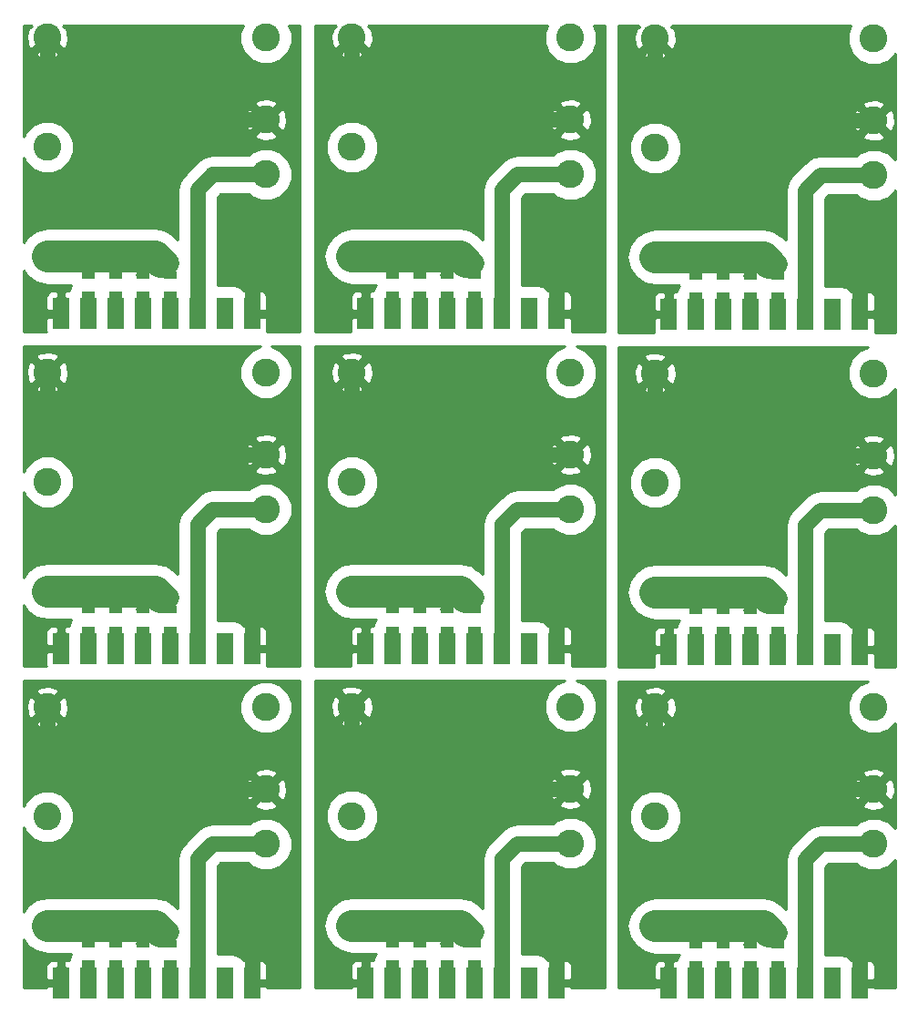
<source format=gtl>
G04 #@! TF.FileFunction,Copper,L1,Top,Signal*
%FSLAX46Y46*%
G04 Gerber Fmt 4.6, Leading zero omitted, Abs format (unit mm)*
G04 Created by KiCad (PCBNEW 4.0.5+dfsg1-4) date Sun Oct 21 20:25:12 2018*
%MOMM*%
%LPD*%
G01*
G04 APERTURE LIST*
%ADD10C,0.150000*%
%ADD11R,1.300000X0.700000*%
%ADD12R,1.524000X3.000000*%
%ADD13C,2.600000*%
%ADD14C,1.300480*%
%ADD15C,1.400000*%
%ADD16C,0.500000*%
%ADD17C,2.999740*%
%ADD18C,1.998980*%
%ADD19C,0.254000*%
G04 APERTURE END LIST*
D10*
D11*
X150812500Y-114424500D03*
X150812500Y-112524500D03*
X148272500Y-114424500D03*
X148272500Y-112524500D03*
X145732500Y-114424500D03*
X145732500Y-112524500D03*
X143192500Y-114424500D03*
X143192500Y-112524500D03*
X94297500Y-114361000D03*
X94297500Y-112461000D03*
X91757500Y-114361000D03*
X91757500Y-112461000D03*
X89217500Y-114361000D03*
X89217500Y-112461000D03*
X86677500Y-114361000D03*
X86677500Y-112461000D03*
X114998500Y-114361000D03*
X114998500Y-112461000D03*
X117538500Y-114361000D03*
X117538500Y-112461000D03*
X120078500Y-114361000D03*
X120078500Y-112461000D03*
X122618500Y-114361000D03*
X122618500Y-112461000D03*
X122618500Y-83309500D03*
X122618500Y-81409500D03*
X120078500Y-83309500D03*
X120078500Y-81409500D03*
X117538500Y-83309500D03*
X117538500Y-81409500D03*
X114998500Y-83309500D03*
X114998500Y-81409500D03*
X86677500Y-83309500D03*
X86677500Y-81409500D03*
X89217500Y-83309500D03*
X89217500Y-81409500D03*
X91757500Y-83309500D03*
X91757500Y-81409500D03*
X94297500Y-83309500D03*
X94297500Y-81409500D03*
X143192500Y-83373000D03*
X143192500Y-81473000D03*
X145732500Y-83373000D03*
X145732500Y-81473000D03*
X148272500Y-83373000D03*
X148272500Y-81473000D03*
X150812500Y-83373000D03*
X150812500Y-81473000D03*
X150812500Y-52258000D03*
X150812500Y-50358000D03*
X148272500Y-52258000D03*
X148272500Y-50358000D03*
X145732500Y-52258000D03*
X145732500Y-50358000D03*
X143192500Y-52258000D03*
X143192500Y-50358000D03*
X94297500Y-52194500D03*
X94297500Y-50294500D03*
X91757500Y-52194500D03*
X91757500Y-50294500D03*
X89217500Y-52194500D03*
X89217500Y-50294500D03*
X86677500Y-52194500D03*
X86677500Y-50294500D03*
X114998500Y-52194500D03*
X114998500Y-50294500D03*
X117538500Y-52194500D03*
X117538500Y-50294500D03*
X120078500Y-52194500D03*
X120078500Y-50294500D03*
X122618500Y-52194500D03*
X122618500Y-50294500D03*
D12*
X84137500Y-53911500D03*
X86677500Y-53911500D03*
X89217500Y-53911500D03*
X91757500Y-53911500D03*
X94297500Y-53911500D03*
X96837500Y-53911500D03*
X99377500Y-53911500D03*
X101917500Y-53911500D03*
X140652500Y-53975000D03*
X143192500Y-53975000D03*
X145732500Y-53975000D03*
X148272500Y-53975000D03*
X150812500Y-53975000D03*
X153352500Y-53975000D03*
X155892500Y-53975000D03*
X158432500Y-53975000D03*
X140652500Y-85090000D03*
X143192500Y-85090000D03*
X145732500Y-85090000D03*
X148272500Y-85090000D03*
X150812500Y-85090000D03*
X153352500Y-85090000D03*
X155892500Y-85090000D03*
X158432500Y-85090000D03*
X112458500Y-85026500D03*
X114998500Y-85026500D03*
X117538500Y-85026500D03*
X120078500Y-85026500D03*
X122618500Y-85026500D03*
X125158500Y-85026500D03*
X127698500Y-85026500D03*
X130238500Y-85026500D03*
X84137500Y-85026500D03*
X86677500Y-85026500D03*
X89217500Y-85026500D03*
X91757500Y-85026500D03*
X94297500Y-85026500D03*
X96837500Y-85026500D03*
X99377500Y-85026500D03*
X101917500Y-85026500D03*
X84137500Y-116078000D03*
X86677500Y-116078000D03*
X89217500Y-116078000D03*
X91757500Y-116078000D03*
X94297500Y-116078000D03*
X96837500Y-116078000D03*
X99377500Y-116078000D03*
X101917500Y-116078000D03*
X112458500Y-116078000D03*
X114998500Y-116078000D03*
X117538500Y-116078000D03*
X120078500Y-116078000D03*
X122618500Y-116078000D03*
X125158500Y-116078000D03*
X127698500Y-116078000D03*
X130238500Y-116078000D03*
X140652500Y-116141500D03*
X143192500Y-116141500D03*
X145732500Y-116141500D03*
X148272500Y-116141500D03*
X150812500Y-116141500D03*
X153352500Y-116141500D03*
X155892500Y-116141500D03*
X158432500Y-116141500D03*
X112458500Y-53911500D03*
X114998500Y-53911500D03*
X117538500Y-53911500D03*
X120078500Y-53911500D03*
X122618500Y-53911500D03*
X125158500Y-53911500D03*
X127698500Y-53911500D03*
X130238500Y-53911500D03*
D13*
X103187500Y-28257500D03*
X103187500Y-35877500D03*
X103187500Y-40957500D03*
X82867500Y-38417500D03*
X82867500Y-28257500D03*
X82867500Y-48577500D03*
X131508500Y-28257500D03*
X131508500Y-35877500D03*
X131508500Y-40957500D03*
X111188500Y-38417500D03*
X111188500Y-28257500D03*
X111188500Y-48577500D03*
X159702500Y-28321000D03*
X159702500Y-35941000D03*
X159702500Y-41021000D03*
X139382500Y-38481000D03*
X139382500Y-28321000D03*
X139382500Y-48641000D03*
X159702500Y-59436000D03*
X159702500Y-67056000D03*
X159702500Y-72136000D03*
X139382500Y-69596000D03*
X139382500Y-59436000D03*
X139382500Y-79756000D03*
X131508500Y-59372500D03*
X131508500Y-66992500D03*
X131508500Y-72072500D03*
X111188500Y-69532500D03*
X111188500Y-59372500D03*
X111188500Y-79692500D03*
X103187500Y-59372500D03*
X103187500Y-66992500D03*
X103187500Y-72072500D03*
X82867500Y-69532500D03*
X82867500Y-59372500D03*
X82867500Y-79692500D03*
X131508500Y-90424000D03*
X131508500Y-98044000D03*
X131508500Y-103124000D03*
X111188500Y-100584000D03*
X111188500Y-90424000D03*
X111188500Y-110744000D03*
X159702500Y-90487500D03*
X159702500Y-98107500D03*
X159702500Y-103187500D03*
X139382500Y-100647500D03*
X139382500Y-90487500D03*
X139382500Y-110807500D03*
X103187500Y-90487500D03*
X103187500Y-98107500D03*
X103187500Y-103187500D03*
X82867500Y-100647500D03*
X82867500Y-90487500D03*
X82867500Y-110807500D03*
D14*
X156908500Y-98107500D03*
X155257500Y-98107500D03*
X158432500Y-111950500D03*
X158432500Y-113474500D03*
X147002500Y-105473500D03*
X100393500Y-98044000D03*
X98742500Y-98044000D03*
X101917500Y-111887000D03*
X101917500Y-113411000D03*
X90487500Y-105410000D03*
X118808500Y-105410000D03*
X130238500Y-113411000D03*
X130238500Y-111887000D03*
X127063500Y-98044000D03*
X128714500Y-98044000D03*
X128714500Y-66992500D03*
X127063500Y-66992500D03*
X130238500Y-80835500D03*
X130238500Y-82359500D03*
X118808500Y-74358500D03*
X90487500Y-74358500D03*
X101917500Y-82359500D03*
X101917500Y-80835500D03*
X98742500Y-66992500D03*
X100393500Y-66992500D03*
X147002500Y-74422000D03*
X158432500Y-82423000D03*
X158432500Y-80899000D03*
X155257500Y-67056000D03*
X156908500Y-67056000D03*
X156908500Y-35941000D03*
X155257500Y-35941000D03*
X158432500Y-49784000D03*
X158432500Y-51308000D03*
X147002500Y-43307000D03*
X100393500Y-35877500D03*
X98742500Y-35877500D03*
X101917500Y-49720500D03*
X101917500Y-51244500D03*
X90487500Y-43243500D03*
X118808500Y-43243500D03*
X130238500Y-51244500D03*
X130238500Y-49720500D03*
X127063500Y-35877500D03*
X128714500Y-35877500D03*
D15*
X156908500Y-98107500D02*
X155257500Y-98107500D01*
X159702500Y-98107500D02*
X156908500Y-98107500D01*
X158432500Y-113474500D02*
X158432500Y-111950500D01*
X158432500Y-116141500D02*
X158432500Y-113474500D01*
X140652500Y-116141500D02*
X140652500Y-115125500D01*
X141668500Y-98107500D02*
X139382500Y-95821500D01*
X139382500Y-95821500D02*
X139382500Y-90487500D01*
X147002500Y-98107500D02*
X141668500Y-98107500D01*
X159702500Y-98107500D02*
X147002500Y-98107500D01*
X147002500Y-98615500D02*
X147002500Y-98107500D01*
X147002500Y-98107500D02*
X147002500Y-98615500D01*
X147002500Y-98107500D02*
X147002500Y-105473500D01*
X100393500Y-98044000D02*
X98742500Y-98044000D01*
X103187500Y-98044000D02*
X100393500Y-98044000D01*
X101917500Y-113411000D02*
X101917500Y-111887000D01*
X101917500Y-116078000D02*
X101917500Y-113411000D01*
X84137500Y-116078000D02*
X84137500Y-115062000D01*
X85153500Y-98044000D02*
X82867500Y-95758000D01*
X82867500Y-95758000D02*
X82867500Y-90424000D01*
X90487500Y-98044000D02*
X85153500Y-98044000D01*
X103187500Y-98044000D02*
X90487500Y-98044000D01*
X90487500Y-98552000D02*
X90487500Y-98044000D01*
X90487500Y-98044000D02*
X90487500Y-98552000D01*
X90487500Y-98044000D02*
X90487500Y-105410000D01*
X118808500Y-98044000D02*
X118808500Y-105410000D01*
X118808500Y-98044000D02*
X118808500Y-98552000D01*
X118808500Y-98552000D02*
X118808500Y-98044000D01*
X131508500Y-98044000D02*
X118808500Y-98044000D01*
X118808500Y-98044000D02*
X113474500Y-98044000D01*
X111188500Y-95758000D02*
X111188500Y-90424000D01*
X113474500Y-98044000D02*
X111188500Y-95758000D01*
X112458500Y-116078000D02*
X112458500Y-115062000D01*
X130238500Y-116078000D02*
X130238500Y-113411000D01*
X130238500Y-113411000D02*
X130238500Y-111887000D01*
X131508500Y-98044000D02*
X128714500Y-98044000D01*
X128714500Y-98044000D02*
X127063500Y-98044000D01*
X128714500Y-66992500D02*
X127063500Y-66992500D01*
X131508500Y-66992500D02*
X128714500Y-66992500D01*
X130238500Y-82359500D02*
X130238500Y-80835500D01*
X130238500Y-85026500D02*
X130238500Y-82359500D01*
X112458500Y-85026500D02*
X112458500Y-84010500D01*
X113474500Y-66992500D02*
X111188500Y-64706500D01*
X111188500Y-64706500D02*
X111188500Y-59372500D01*
X118808500Y-66992500D02*
X113474500Y-66992500D01*
X131508500Y-66992500D02*
X118808500Y-66992500D01*
X118808500Y-67500500D02*
X118808500Y-66992500D01*
X118808500Y-66992500D02*
X118808500Y-67500500D01*
X118808500Y-66992500D02*
X118808500Y-74358500D01*
X90487500Y-66992500D02*
X90487500Y-74358500D01*
X90487500Y-66992500D02*
X90487500Y-67500500D01*
X90487500Y-67500500D02*
X90487500Y-66992500D01*
X103187500Y-66992500D02*
X90487500Y-66992500D01*
X90487500Y-66992500D02*
X85153500Y-66992500D01*
X82867500Y-64706500D02*
X82867500Y-59372500D01*
X85153500Y-66992500D02*
X82867500Y-64706500D01*
X84137500Y-85026500D02*
X84137500Y-84010500D01*
X101917500Y-85026500D02*
X101917500Y-82359500D01*
X101917500Y-82359500D02*
X101917500Y-80835500D01*
X103187500Y-66992500D02*
X100393500Y-66992500D01*
X100393500Y-66992500D02*
X98742500Y-66992500D01*
X147002500Y-67056000D02*
X147002500Y-74422000D01*
X147002500Y-67056000D02*
X147002500Y-67564000D01*
X147002500Y-67564000D02*
X147002500Y-67056000D01*
X159702500Y-67056000D02*
X147002500Y-67056000D01*
X147002500Y-67056000D02*
X141668500Y-67056000D01*
X139382500Y-64770000D02*
X139382500Y-59436000D01*
X141668500Y-67056000D02*
X139382500Y-64770000D01*
X140652500Y-85090000D02*
X140652500Y-84074000D01*
X158432500Y-85090000D02*
X158432500Y-82423000D01*
X158432500Y-82423000D02*
X158432500Y-80899000D01*
X159702500Y-67056000D02*
X156908500Y-67056000D01*
X156908500Y-67056000D02*
X155257500Y-67056000D01*
X156908500Y-35941000D02*
X155257500Y-35941000D01*
X159702500Y-35941000D02*
X156908500Y-35941000D01*
X158432500Y-51308000D02*
X158432500Y-49784000D01*
X158432500Y-53975000D02*
X158432500Y-51308000D01*
X140652500Y-53975000D02*
X140652500Y-52959000D01*
X141668500Y-35941000D02*
X139382500Y-33655000D01*
X139382500Y-33655000D02*
X139382500Y-28321000D01*
X147002500Y-35941000D02*
X141668500Y-35941000D01*
X159702500Y-35941000D02*
X147002500Y-35941000D01*
X147002500Y-36449000D02*
X147002500Y-35941000D01*
X147002500Y-35941000D02*
X147002500Y-36449000D01*
X147002500Y-35941000D02*
X147002500Y-43307000D01*
X100393500Y-35877500D02*
X98742500Y-35877500D01*
X103187500Y-35877500D02*
X100393500Y-35877500D01*
X101917500Y-51244500D02*
X101917500Y-49720500D01*
X101917500Y-53911500D02*
X101917500Y-51244500D01*
X84137500Y-53911500D02*
X84137500Y-52895500D01*
X85153500Y-35877500D02*
X82867500Y-33591500D01*
X82867500Y-33591500D02*
X82867500Y-28257500D01*
X90487500Y-35877500D02*
X85153500Y-35877500D01*
X103187500Y-35877500D02*
X90487500Y-35877500D01*
X90487500Y-36385500D02*
X90487500Y-35877500D01*
X90487500Y-35877500D02*
X90487500Y-36385500D01*
X90487500Y-35877500D02*
X90487500Y-43243500D01*
X118808500Y-35877500D02*
X118808500Y-43243500D01*
X118808500Y-35877500D02*
X118808500Y-36385500D01*
X118808500Y-36385500D02*
X118808500Y-35877500D01*
X131508500Y-35877500D02*
X118808500Y-35877500D01*
X118808500Y-35877500D02*
X113474500Y-35877500D01*
X111188500Y-33591500D02*
X111188500Y-28257500D01*
X113474500Y-35877500D02*
X111188500Y-33591500D01*
X112458500Y-53911500D02*
X112458500Y-52895500D01*
X130238500Y-53911500D02*
X130238500Y-51244500D01*
X130238500Y-51244500D02*
X130238500Y-49720500D01*
X131508500Y-35877500D02*
X128714500Y-35877500D01*
X128714500Y-35877500D02*
X127063500Y-35877500D01*
D16*
X143192500Y-116141500D02*
X143192500Y-114424500D01*
X86677500Y-116078000D02*
X86677500Y-114361000D01*
X114998500Y-116078000D02*
X114998500Y-114361000D01*
X114998500Y-85026500D02*
X114998500Y-83309500D01*
X86677500Y-85026500D02*
X86677500Y-83309500D01*
X143192500Y-85090000D02*
X143192500Y-83373000D01*
X143192500Y-53975000D02*
X143192500Y-52258000D01*
X86677500Y-53911500D02*
X86677500Y-52194500D01*
X114998500Y-53911500D02*
X114998500Y-52194500D01*
X148272500Y-116141500D02*
X148272500Y-114424500D01*
X91757500Y-116078000D02*
X91757500Y-114361000D01*
X120078500Y-116078000D02*
X120078500Y-114361000D01*
X120078500Y-85026500D02*
X120078500Y-83309500D01*
X91757500Y-85026500D02*
X91757500Y-83309500D01*
X148272500Y-85090000D02*
X148272500Y-83373000D01*
X148272500Y-53975000D02*
X148272500Y-52258000D01*
X91757500Y-53911500D02*
X91757500Y-52194500D01*
X120078500Y-53911500D02*
X120078500Y-52194500D01*
D15*
X154749500Y-103187500D02*
X153352500Y-104584500D01*
X153352500Y-104584500D02*
X153352500Y-116141500D01*
X159702500Y-103187500D02*
X154749500Y-103187500D01*
X98234500Y-103124000D02*
X96837500Y-104521000D01*
X96837500Y-104521000D02*
X96837500Y-116078000D01*
X103187500Y-103124000D02*
X98234500Y-103124000D01*
X131508500Y-103124000D02*
X126555500Y-103124000D01*
X125158500Y-104521000D02*
X125158500Y-116078000D01*
X126555500Y-103124000D02*
X125158500Y-104521000D01*
X126555500Y-72072500D02*
X125158500Y-73469500D01*
X125158500Y-73469500D02*
X125158500Y-85026500D01*
X131508500Y-72072500D02*
X126555500Y-72072500D01*
X103187500Y-72072500D02*
X98234500Y-72072500D01*
X96837500Y-73469500D02*
X96837500Y-85026500D01*
X98234500Y-72072500D02*
X96837500Y-73469500D01*
X159702500Y-72136000D02*
X154749500Y-72136000D01*
X153352500Y-73533000D02*
X153352500Y-85090000D01*
X154749500Y-72136000D02*
X153352500Y-73533000D01*
X154749500Y-41021000D02*
X153352500Y-42418000D01*
X153352500Y-42418000D02*
X153352500Y-53975000D01*
X159702500Y-41021000D02*
X154749500Y-41021000D01*
X98234500Y-40957500D02*
X96837500Y-42354500D01*
X96837500Y-42354500D02*
X96837500Y-53911500D01*
X103187500Y-40957500D02*
X98234500Y-40957500D01*
X131508500Y-40957500D02*
X126555500Y-40957500D01*
X125158500Y-42354500D02*
X125158500Y-53911500D01*
X126555500Y-40957500D02*
X125158500Y-42354500D01*
D16*
X150812500Y-116141500D02*
X150812500Y-114424500D01*
X94297500Y-116078000D02*
X94297500Y-114361000D01*
X122618500Y-116078000D02*
X122618500Y-114361000D01*
X122618500Y-85026500D02*
X122618500Y-83309500D01*
X94297500Y-85026500D02*
X94297500Y-83309500D01*
X150812500Y-85090000D02*
X150812500Y-83373000D01*
X150812500Y-53975000D02*
X150812500Y-52258000D01*
X94297500Y-53911500D02*
X94297500Y-52194500D01*
X122618500Y-53911500D02*
X122618500Y-52194500D01*
X145732500Y-114424500D02*
X145732500Y-116141500D01*
X89217500Y-114361000D02*
X89217500Y-116078000D01*
X117538500Y-114361000D02*
X117538500Y-116078000D01*
X117538500Y-83309500D02*
X117538500Y-85026500D01*
X89217500Y-83309500D02*
X89217500Y-85026500D01*
X145732500Y-83373000D02*
X145732500Y-85090000D01*
X145732500Y-52258000D02*
X145732500Y-53975000D01*
X89217500Y-52194500D02*
X89217500Y-53911500D01*
X117538500Y-52194500D02*
X117538500Y-53911500D01*
D15*
X114363500Y-111252000D02*
X122364500Y-111252000D01*
X113855500Y-110744000D02*
X114363500Y-111252000D01*
D17*
X121221500Y-110744000D02*
X121729500Y-111252000D01*
D18*
X119189500Y-111252000D02*
X121729500Y-111252000D01*
D16*
X143192500Y-112524500D02*
X143192500Y-112331500D01*
X145732500Y-112524500D02*
X145671500Y-112524500D01*
X148272500Y-112524500D02*
X147830500Y-112524500D01*
X150812500Y-112524500D02*
X150624500Y-112524500D01*
D18*
X150558500Y-111315500D02*
X150685500Y-111442500D01*
X149923500Y-111315500D02*
X150558500Y-111315500D01*
X147383500Y-111315500D02*
X149923500Y-111315500D01*
X144716500Y-111315500D02*
X147383500Y-111315500D01*
X144081500Y-111315500D02*
X144716500Y-111315500D01*
D16*
X150812500Y-112204500D02*
X149923500Y-111315500D01*
X150812500Y-112524500D02*
X150812500Y-112204500D01*
X148272500Y-112204500D02*
X147383500Y-111315500D01*
X148272500Y-112524500D02*
X148272500Y-112204500D01*
X145732500Y-112331500D02*
X144716500Y-111315500D01*
X145732500Y-112524500D02*
X145732500Y-112331500D01*
X143192500Y-112204500D02*
X144081500Y-111315500D01*
X143192500Y-112524500D02*
X143192500Y-112204500D01*
D15*
X142049500Y-110807500D02*
X142557500Y-111315500D01*
X142557500Y-111315500D02*
X150558500Y-111315500D01*
X139382500Y-110807500D02*
X142049500Y-110807500D01*
D17*
X149415500Y-110807500D02*
X149923500Y-111315500D01*
X139382500Y-110807500D02*
X149415500Y-110807500D01*
D16*
X86677500Y-112461000D02*
X86677500Y-112268000D01*
X89217500Y-112461000D02*
X89156500Y-112461000D01*
X91757500Y-112461000D02*
X91315500Y-112461000D01*
X94297500Y-112461000D02*
X94109500Y-112461000D01*
D18*
X94043500Y-111252000D02*
X94170500Y-111379000D01*
X93408500Y-111252000D02*
X94043500Y-111252000D01*
X90868500Y-111252000D02*
X93408500Y-111252000D01*
X88201500Y-111252000D02*
X90868500Y-111252000D01*
X87566500Y-111252000D02*
X88201500Y-111252000D01*
D16*
X94297500Y-112141000D02*
X93408500Y-111252000D01*
X94297500Y-112461000D02*
X94297500Y-112141000D01*
X91757500Y-112141000D02*
X90868500Y-111252000D01*
X91757500Y-112461000D02*
X91757500Y-112141000D01*
X89217500Y-112268000D02*
X88201500Y-111252000D01*
X89217500Y-112461000D02*
X89217500Y-112268000D01*
X86677500Y-112141000D02*
X87566500Y-111252000D01*
X86677500Y-112461000D02*
X86677500Y-112141000D01*
D15*
X85534500Y-110744000D02*
X86042500Y-111252000D01*
X86042500Y-111252000D02*
X94043500Y-111252000D01*
X82867500Y-110744000D02*
X85534500Y-110744000D01*
D17*
X92900500Y-110744000D02*
X93408500Y-111252000D01*
X82867500Y-110744000D02*
X92900500Y-110744000D01*
X111188500Y-110744000D02*
X121221500Y-110744000D01*
D15*
X111188500Y-110744000D02*
X113855500Y-110744000D01*
D16*
X114998500Y-112461000D02*
X114998500Y-112141000D01*
X114998500Y-112141000D02*
X115887500Y-111252000D01*
X117538500Y-112461000D02*
X117538500Y-112268000D01*
X117538500Y-112268000D02*
X116522500Y-111252000D01*
X120078500Y-112461000D02*
X120078500Y-112141000D01*
X120078500Y-112141000D02*
X119189500Y-111252000D01*
X122618500Y-112461000D02*
X122618500Y-112141000D01*
X122618500Y-112141000D02*
X121729500Y-111252000D01*
D18*
X115887500Y-111252000D02*
X116522500Y-111252000D01*
X116522500Y-111252000D02*
X119189500Y-111252000D01*
X121729500Y-111252000D02*
X122364500Y-111252000D01*
X122364500Y-111252000D02*
X122491500Y-111379000D01*
D16*
X122618500Y-112461000D02*
X122430500Y-112461000D01*
X120078500Y-112461000D02*
X119636500Y-112461000D01*
X117538500Y-112461000D02*
X117477500Y-112461000D01*
X114998500Y-112461000D02*
X114998500Y-112268000D01*
X114998500Y-81409500D02*
X114998500Y-81216500D01*
X117538500Y-81409500D02*
X117477500Y-81409500D01*
X120078500Y-81409500D02*
X119636500Y-81409500D01*
X122618500Y-81409500D02*
X122430500Y-81409500D01*
D18*
X122364500Y-80200500D02*
X122491500Y-80327500D01*
X121729500Y-80200500D02*
X122364500Y-80200500D01*
X119189500Y-80200500D02*
X121729500Y-80200500D01*
X116522500Y-80200500D02*
X119189500Y-80200500D01*
X115887500Y-80200500D02*
X116522500Y-80200500D01*
D16*
X122618500Y-81089500D02*
X121729500Y-80200500D01*
X122618500Y-81409500D02*
X122618500Y-81089500D01*
X120078500Y-81089500D02*
X119189500Y-80200500D01*
X120078500Y-81409500D02*
X120078500Y-81089500D01*
X117538500Y-81216500D02*
X116522500Y-80200500D01*
X117538500Y-81409500D02*
X117538500Y-81216500D01*
X114998500Y-81089500D02*
X115887500Y-80200500D01*
X114998500Y-81409500D02*
X114998500Y-81089500D01*
D15*
X113855500Y-79692500D02*
X114363500Y-80200500D01*
X114363500Y-80200500D02*
X122364500Y-80200500D01*
X111188500Y-79692500D02*
X113855500Y-79692500D01*
D17*
X121221500Y-79692500D02*
X121729500Y-80200500D01*
X111188500Y-79692500D02*
X121221500Y-79692500D01*
X82867500Y-79692500D02*
X92900500Y-79692500D01*
X92900500Y-79692500D02*
X93408500Y-80200500D01*
D15*
X82867500Y-79692500D02*
X85534500Y-79692500D01*
X86042500Y-80200500D02*
X94043500Y-80200500D01*
X85534500Y-79692500D02*
X86042500Y-80200500D01*
D16*
X86677500Y-81409500D02*
X86677500Y-81089500D01*
X86677500Y-81089500D02*
X87566500Y-80200500D01*
X89217500Y-81409500D02*
X89217500Y-81216500D01*
X89217500Y-81216500D02*
X88201500Y-80200500D01*
X91757500Y-81409500D02*
X91757500Y-81089500D01*
X91757500Y-81089500D02*
X90868500Y-80200500D01*
X94297500Y-81409500D02*
X94297500Y-81089500D01*
X94297500Y-81089500D02*
X93408500Y-80200500D01*
D18*
X87566500Y-80200500D02*
X88201500Y-80200500D01*
X88201500Y-80200500D02*
X90868500Y-80200500D01*
X90868500Y-80200500D02*
X93408500Y-80200500D01*
X93408500Y-80200500D02*
X94043500Y-80200500D01*
X94043500Y-80200500D02*
X94170500Y-80327500D01*
D16*
X94297500Y-81409500D02*
X94109500Y-81409500D01*
X91757500Y-81409500D02*
X91315500Y-81409500D01*
X89217500Y-81409500D02*
X89156500Y-81409500D01*
X86677500Y-81409500D02*
X86677500Y-81216500D01*
D17*
X139382500Y-79756000D02*
X149415500Y-79756000D01*
X149415500Y-79756000D02*
X149923500Y-80264000D01*
D15*
X139382500Y-79756000D02*
X142049500Y-79756000D01*
X142557500Y-80264000D02*
X150558500Y-80264000D01*
X142049500Y-79756000D02*
X142557500Y-80264000D01*
D16*
X143192500Y-81473000D02*
X143192500Y-81153000D01*
X143192500Y-81153000D02*
X144081500Y-80264000D01*
X145732500Y-81473000D02*
X145732500Y-81280000D01*
X145732500Y-81280000D02*
X144716500Y-80264000D01*
X148272500Y-81473000D02*
X148272500Y-81153000D01*
X148272500Y-81153000D02*
X147383500Y-80264000D01*
X150812500Y-81473000D02*
X150812500Y-81153000D01*
X150812500Y-81153000D02*
X149923500Y-80264000D01*
D18*
X144081500Y-80264000D02*
X144716500Y-80264000D01*
X144716500Y-80264000D02*
X147383500Y-80264000D01*
X147383500Y-80264000D02*
X149923500Y-80264000D01*
X149923500Y-80264000D02*
X150558500Y-80264000D01*
X150558500Y-80264000D02*
X150685500Y-80391000D01*
D16*
X150812500Y-81473000D02*
X150624500Y-81473000D01*
X148272500Y-81473000D02*
X147830500Y-81473000D01*
X145732500Y-81473000D02*
X145671500Y-81473000D01*
X143192500Y-81473000D02*
X143192500Y-81280000D01*
X143192500Y-50358000D02*
X143192500Y-50165000D01*
X145732500Y-50358000D02*
X145671500Y-50358000D01*
X148272500Y-50358000D02*
X147830500Y-50358000D01*
X150812500Y-50358000D02*
X150624500Y-50358000D01*
D18*
X150558500Y-49149000D02*
X150685500Y-49276000D01*
X149923500Y-49149000D02*
X150558500Y-49149000D01*
X147383500Y-49149000D02*
X149923500Y-49149000D01*
X144716500Y-49149000D02*
X147383500Y-49149000D01*
X144081500Y-49149000D02*
X144716500Y-49149000D01*
D16*
X150812500Y-50038000D02*
X149923500Y-49149000D01*
X150812500Y-50358000D02*
X150812500Y-50038000D01*
X148272500Y-50038000D02*
X147383500Y-49149000D01*
X148272500Y-50358000D02*
X148272500Y-50038000D01*
X145732500Y-50165000D02*
X144716500Y-49149000D01*
X145732500Y-50358000D02*
X145732500Y-50165000D01*
X143192500Y-50038000D02*
X144081500Y-49149000D01*
X143192500Y-50358000D02*
X143192500Y-50038000D01*
D15*
X142049500Y-48641000D02*
X142557500Y-49149000D01*
X142557500Y-49149000D02*
X150558500Y-49149000D01*
X139382500Y-48641000D02*
X142049500Y-48641000D01*
D17*
X149415500Y-48641000D02*
X149923500Y-49149000D01*
X139382500Y-48641000D02*
X149415500Y-48641000D01*
D16*
X86677500Y-50294500D02*
X86677500Y-50101500D01*
X89217500Y-50294500D02*
X89156500Y-50294500D01*
X91757500Y-50294500D02*
X91315500Y-50294500D01*
X94297500Y-50294500D02*
X94109500Y-50294500D01*
D18*
X94043500Y-49085500D02*
X94170500Y-49212500D01*
X93408500Y-49085500D02*
X94043500Y-49085500D01*
X90868500Y-49085500D02*
X93408500Y-49085500D01*
X88201500Y-49085500D02*
X90868500Y-49085500D01*
X87566500Y-49085500D02*
X88201500Y-49085500D01*
D16*
X94297500Y-49974500D02*
X93408500Y-49085500D01*
X94297500Y-50294500D02*
X94297500Y-49974500D01*
X91757500Y-49974500D02*
X90868500Y-49085500D01*
X91757500Y-50294500D02*
X91757500Y-49974500D01*
X89217500Y-50101500D02*
X88201500Y-49085500D01*
X89217500Y-50294500D02*
X89217500Y-50101500D01*
X86677500Y-49974500D02*
X87566500Y-49085500D01*
X86677500Y-50294500D02*
X86677500Y-49974500D01*
D15*
X85534500Y-48577500D02*
X86042500Y-49085500D01*
X86042500Y-49085500D02*
X94043500Y-49085500D01*
X82867500Y-48577500D02*
X85534500Y-48577500D01*
D17*
X92900500Y-48577500D02*
X93408500Y-49085500D01*
X82867500Y-48577500D02*
X92900500Y-48577500D01*
X111188500Y-48577500D02*
X121221500Y-48577500D01*
X121221500Y-48577500D02*
X121729500Y-49085500D01*
D15*
X111188500Y-48577500D02*
X113855500Y-48577500D01*
X114363500Y-49085500D02*
X122364500Y-49085500D01*
X113855500Y-48577500D02*
X114363500Y-49085500D01*
D16*
X114998500Y-50294500D02*
X114998500Y-49974500D01*
X114998500Y-49974500D02*
X115887500Y-49085500D01*
X117538500Y-50294500D02*
X117538500Y-50101500D01*
X117538500Y-50101500D02*
X116522500Y-49085500D01*
X120078500Y-50294500D02*
X120078500Y-49974500D01*
X120078500Y-49974500D02*
X119189500Y-49085500D01*
X122618500Y-50294500D02*
X122618500Y-49974500D01*
X122618500Y-49974500D02*
X121729500Y-49085500D01*
D18*
X115887500Y-49085500D02*
X116522500Y-49085500D01*
X116522500Y-49085500D02*
X119189500Y-49085500D01*
X119189500Y-49085500D02*
X121729500Y-49085500D01*
X121729500Y-49085500D02*
X122364500Y-49085500D01*
X122364500Y-49085500D02*
X122491500Y-49212500D01*
D16*
X122618500Y-50294500D02*
X122430500Y-50294500D01*
X120078500Y-50294500D02*
X119636500Y-50294500D01*
X117538500Y-50294500D02*
X117477500Y-50294500D01*
X114998500Y-50294500D02*
X114998500Y-50101500D01*
D19*
G36*
X109727261Y-27182345D02*
X109447272Y-27329871D01*
X109224827Y-28066821D01*
X109301332Y-28832801D01*
X109447272Y-29185129D01*
X109727264Y-29332656D01*
X110802420Y-28257500D01*
X110788278Y-28243358D01*
X111174358Y-27857278D01*
X111188500Y-27871420D01*
X111202643Y-27857278D01*
X111588723Y-28243358D01*
X111574580Y-28257500D01*
X112649736Y-29332656D01*
X112929728Y-29185129D01*
X113152173Y-28448179D01*
X113075668Y-27682199D01*
X112929728Y-27329871D01*
X112649739Y-27182345D01*
X112733584Y-27098500D01*
X129361842Y-27098500D01*
X129081922Y-27772622D01*
X129081079Y-28738142D01*
X129449790Y-29630489D01*
X130131920Y-30313811D01*
X131023622Y-30684078D01*
X131989142Y-30684921D01*
X132881489Y-30316210D01*
X133564811Y-29634080D01*
X133935078Y-28742378D01*
X133935921Y-27776858D01*
X133655629Y-27098500D01*
X134683500Y-27098500D01*
X134683500Y-55562500D01*
X131625273Y-55562500D01*
X131635500Y-55537810D01*
X131635500Y-54343250D01*
X131476750Y-54184500D01*
X130511500Y-54184500D01*
X130511500Y-54204500D01*
X129965500Y-54204500D01*
X129965500Y-54184500D01*
X129945500Y-54184500D01*
X129945500Y-53638500D01*
X129965500Y-53638500D01*
X129965500Y-51935250D01*
X130511500Y-51935250D01*
X130511500Y-53638500D01*
X131476750Y-53638500D01*
X131635500Y-53479750D01*
X131635500Y-52285190D01*
X131538827Y-52051801D01*
X131360198Y-51873173D01*
X131126809Y-51776500D01*
X130670250Y-51776500D01*
X130511500Y-51935250D01*
X129965500Y-51935250D01*
X129806750Y-51776500D01*
X129391128Y-51776500D01*
X129284169Y-51610281D01*
X128907556Y-51352952D01*
X128460500Y-51262421D01*
X126985500Y-51262421D01*
X126985500Y-43111268D01*
X127312268Y-42784500D01*
X129903009Y-42784500D01*
X130131920Y-43013811D01*
X131023622Y-43384078D01*
X131989142Y-43384921D01*
X132881489Y-43016210D01*
X133564811Y-42334080D01*
X133935078Y-41442378D01*
X133935921Y-40476858D01*
X133567210Y-39584511D01*
X132885080Y-38901189D01*
X131993378Y-38530922D01*
X131027858Y-38530079D01*
X130135511Y-38898790D01*
X129903396Y-39130500D01*
X126555500Y-39130500D01*
X125856337Y-39269572D01*
X125263616Y-39665616D01*
X123866616Y-41062616D01*
X123470572Y-41655337D01*
X123331500Y-42354500D01*
X123331500Y-46972544D01*
X123078978Y-46720022D01*
X122781403Y-46521189D01*
X122226760Y-46150589D01*
X122059976Y-46117413D01*
X121221500Y-45950629D01*
X121221495Y-45950630D01*
X111188500Y-45950630D01*
X110183240Y-46150589D01*
X109331022Y-46720022D01*
X108761589Y-47572240D01*
X108561630Y-48577500D01*
X108761589Y-49582760D01*
X109331022Y-50434978D01*
X110183240Y-51004411D01*
X111188500Y-51204370D01*
X113369528Y-51204370D01*
X113394916Y-51243825D01*
X113289952Y-51397444D01*
X113213191Y-51776500D01*
X112890250Y-51776500D01*
X112731500Y-51935250D01*
X112731500Y-53638500D01*
X112751500Y-53638500D01*
X112751500Y-54184500D01*
X112731500Y-54184500D01*
X112731500Y-54204500D01*
X112185500Y-54204500D01*
X112185500Y-54184500D01*
X111220250Y-54184500D01*
X111061500Y-54343250D01*
X111061500Y-55537810D01*
X111071727Y-55562500D01*
X107759500Y-55562500D01*
X107759500Y-52285190D01*
X111061500Y-52285190D01*
X111061500Y-53479750D01*
X111220250Y-53638500D01*
X112185500Y-53638500D01*
X112185500Y-51935250D01*
X112026750Y-51776500D01*
X111570191Y-51776500D01*
X111336802Y-51873173D01*
X111158173Y-52051801D01*
X111061500Y-52285190D01*
X107759500Y-52285190D01*
X107759500Y-38898142D01*
X108761079Y-38898142D01*
X109129790Y-39790489D01*
X109811920Y-40473811D01*
X110703622Y-40844078D01*
X111669142Y-40844921D01*
X112561489Y-40476210D01*
X113244811Y-39794080D01*
X113615078Y-38902378D01*
X113615921Y-37936858D01*
X113368782Y-37338736D01*
X130433344Y-37338736D01*
X130580871Y-37618728D01*
X131317821Y-37841173D01*
X132083801Y-37764668D01*
X132436129Y-37618728D01*
X132583656Y-37338736D01*
X131508500Y-36263580D01*
X130433344Y-37338736D01*
X113368782Y-37338736D01*
X113247210Y-37044511D01*
X112565080Y-36361189D01*
X111673378Y-35990922D01*
X110707858Y-35990079D01*
X109815511Y-36358790D01*
X109132189Y-37040920D01*
X108761922Y-37932622D01*
X108761079Y-38898142D01*
X107759500Y-38898142D01*
X107759500Y-35686821D01*
X129544827Y-35686821D01*
X129621332Y-36452801D01*
X129767272Y-36805129D01*
X130047264Y-36952656D01*
X131122420Y-35877500D01*
X131894580Y-35877500D01*
X132969736Y-36952656D01*
X133249728Y-36805129D01*
X133472173Y-36068179D01*
X133395668Y-35302199D01*
X133249728Y-34949871D01*
X132969736Y-34802344D01*
X131894580Y-35877500D01*
X131122420Y-35877500D01*
X130047264Y-34802344D01*
X129767272Y-34949871D01*
X129544827Y-35686821D01*
X107759500Y-35686821D01*
X107759500Y-34416264D01*
X130433344Y-34416264D01*
X131508500Y-35491420D01*
X132583656Y-34416264D01*
X132436129Y-34136272D01*
X131699179Y-33913827D01*
X130933199Y-33990332D01*
X130580871Y-34136272D01*
X130433344Y-34416264D01*
X107759500Y-34416264D01*
X107759500Y-29718736D01*
X110113344Y-29718736D01*
X110260871Y-29998728D01*
X110997821Y-30221173D01*
X111763801Y-30144668D01*
X112116129Y-29998728D01*
X112263656Y-29718736D01*
X111188500Y-28643580D01*
X110113344Y-29718736D01*
X107759500Y-29718736D01*
X107759500Y-27098500D01*
X109643416Y-27098500D01*
X109727261Y-27182345D01*
X109727261Y-27182345D01*
G37*
X109727261Y-27182345D02*
X109447272Y-27329871D01*
X109224827Y-28066821D01*
X109301332Y-28832801D01*
X109447272Y-29185129D01*
X109727264Y-29332656D01*
X110802420Y-28257500D01*
X110788278Y-28243358D01*
X111174358Y-27857278D01*
X111188500Y-27871420D01*
X111202643Y-27857278D01*
X111588723Y-28243358D01*
X111574580Y-28257500D01*
X112649736Y-29332656D01*
X112929728Y-29185129D01*
X113152173Y-28448179D01*
X113075668Y-27682199D01*
X112929728Y-27329871D01*
X112649739Y-27182345D01*
X112733584Y-27098500D01*
X129361842Y-27098500D01*
X129081922Y-27772622D01*
X129081079Y-28738142D01*
X129449790Y-29630489D01*
X130131920Y-30313811D01*
X131023622Y-30684078D01*
X131989142Y-30684921D01*
X132881489Y-30316210D01*
X133564811Y-29634080D01*
X133935078Y-28742378D01*
X133935921Y-27776858D01*
X133655629Y-27098500D01*
X134683500Y-27098500D01*
X134683500Y-55562500D01*
X131625273Y-55562500D01*
X131635500Y-55537810D01*
X131635500Y-54343250D01*
X131476750Y-54184500D01*
X130511500Y-54184500D01*
X130511500Y-54204500D01*
X129965500Y-54204500D01*
X129965500Y-54184500D01*
X129945500Y-54184500D01*
X129945500Y-53638500D01*
X129965500Y-53638500D01*
X129965500Y-51935250D01*
X130511500Y-51935250D01*
X130511500Y-53638500D01*
X131476750Y-53638500D01*
X131635500Y-53479750D01*
X131635500Y-52285190D01*
X131538827Y-52051801D01*
X131360198Y-51873173D01*
X131126809Y-51776500D01*
X130670250Y-51776500D01*
X130511500Y-51935250D01*
X129965500Y-51935250D01*
X129806750Y-51776500D01*
X129391128Y-51776500D01*
X129284169Y-51610281D01*
X128907556Y-51352952D01*
X128460500Y-51262421D01*
X126985500Y-51262421D01*
X126985500Y-43111268D01*
X127312268Y-42784500D01*
X129903009Y-42784500D01*
X130131920Y-43013811D01*
X131023622Y-43384078D01*
X131989142Y-43384921D01*
X132881489Y-43016210D01*
X133564811Y-42334080D01*
X133935078Y-41442378D01*
X133935921Y-40476858D01*
X133567210Y-39584511D01*
X132885080Y-38901189D01*
X131993378Y-38530922D01*
X131027858Y-38530079D01*
X130135511Y-38898790D01*
X129903396Y-39130500D01*
X126555500Y-39130500D01*
X125856337Y-39269572D01*
X125263616Y-39665616D01*
X123866616Y-41062616D01*
X123470572Y-41655337D01*
X123331500Y-42354500D01*
X123331500Y-46972544D01*
X123078978Y-46720022D01*
X122781403Y-46521189D01*
X122226760Y-46150589D01*
X122059976Y-46117413D01*
X121221500Y-45950629D01*
X121221495Y-45950630D01*
X111188500Y-45950630D01*
X110183240Y-46150589D01*
X109331022Y-46720022D01*
X108761589Y-47572240D01*
X108561630Y-48577500D01*
X108761589Y-49582760D01*
X109331022Y-50434978D01*
X110183240Y-51004411D01*
X111188500Y-51204370D01*
X113369528Y-51204370D01*
X113394916Y-51243825D01*
X113289952Y-51397444D01*
X113213191Y-51776500D01*
X112890250Y-51776500D01*
X112731500Y-51935250D01*
X112731500Y-53638500D01*
X112751500Y-53638500D01*
X112751500Y-54184500D01*
X112731500Y-54184500D01*
X112731500Y-54204500D01*
X112185500Y-54204500D01*
X112185500Y-54184500D01*
X111220250Y-54184500D01*
X111061500Y-54343250D01*
X111061500Y-55537810D01*
X111071727Y-55562500D01*
X107759500Y-55562500D01*
X107759500Y-52285190D01*
X111061500Y-52285190D01*
X111061500Y-53479750D01*
X111220250Y-53638500D01*
X112185500Y-53638500D01*
X112185500Y-51935250D01*
X112026750Y-51776500D01*
X111570191Y-51776500D01*
X111336802Y-51873173D01*
X111158173Y-52051801D01*
X111061500Y-52285190D01*
X107759500Y-52285190D01*
X107759500Y-38898142D01*
X108761079Y-38898142D01*
X109129790Y-39790489D01*
X109811920Y-40473811D01*
X110703622Y-40844078D01*
X111669142Y-40844921D01*
X112561489Y-40476210D01*
X113244811Y-39794080D01*
X113615078Y-38902378D01*
X113615921Y-37936858D01*
X113368782Y-37338736D01*
X130433344Y-37338736D01*
X130580871Y-37618728D01*
X131317821Y-37841173D01*
X132083801Y-37764668D01*
X132436129Y-37618728D01*
X132583656Y-37338736D01*
X131508500Y-36263580D01*
X130433344Y-37338736D01*
X113368782Y-37338736D01*
X113247210Y-37044511D01*
X112565080Y-36361189D01*
X111673378Y-35990922D01*
X110707858Y-35990079D01*
X109815511Y-36358790D01*
X109132189Y-37040920D01*
X108761922Y-37932622D01*
X108761079Y-38898142D01*
X107759500Y-38898142D01*
X107759500Y-35686821D01*
X129544827Y-35686821D01*
X129621332Y-36452801D01*
X129767272Y-36805129D01*
X130047264Y-36952656D01*
X131122420Y-35877500D01*
X131894580Y-35877500D01*
X132969736Y-36952656D01*
X133249728Y-36805129D01*
X133472173Y-36068179D01*
X133395668Y-35302199D01*
X133249728Y-34949871D01*
X132969736Y-34802344D01*
X131894580Y-35877500D01*
X131122420Y-35877500D01*
X130047264Y-34802344D01*
X129767272Y-34949871D01*
X129544827Y-35686821D01*
X107759500Y-35686821D01*
X107759500Y-34416264D01*
X130433344Y-34416264D01*
X131508500Y-35491420D01*
X132583656Y-34416264D01*
X132436129Y-34136272D01*
X131699179Y-33913827D01*
X130933199Y-33990332D01*
X130580871Y-34136272D01*
X130433344Y-34416264D01*
X107759500Y-34416264D01*
X107759500Y-29718736D01*
X110113344Y-29718736D01*
X110260871Y-29998728D01*
X110997821Y-30221173D01*
X111763801Y-30144668D01*
X112116129Y-29998728D01*
X112263656Y-29718736D01*
X111188500Y-28643580D01*
X110113344Y-29718736D01*
X107759500Y-29718736D01*
X107759500Y-27098500D01*
X109643416Y-27098500D01*
X109727261Y-27182345D01*
G36*
X81010022Y-50434978D02*
X81862240Y-51004411D01*
X82867500Y-51204370D01*
X85048528Y-51204370D01*
X85073916Y-51243825D01*
X84968952Y-51397444D01*
X84892191Y-51776500D01*
X84569250Y-51776500D01*
X84410500Y-51935250D01*
X84410500Y-53638500D01*
X84430500Y-53638500D01*
X84430500Y-54184500D01*
X84410500Y-54184500D01*
X84410500Y-54204500D01*
X83864500Y-54204500D01*
X83864500Y-54184500D01*
X82899250Y-54184500D01*
X82740500Y-54343250D01*
X82740500Y-55537810D01*
X82750727Y-55562500D01*
X80629000Y-55562500D01*
X80629000Y-52285190D01*
X82740500Y-52285190D01*
X82740500Y-53479750D01*
X82899250Y-53638500D01*
X83864500Y-53638500D01*
X83864500Y-51935250D01*
X83705750Y-51776500D01*
X83249191Y-51776500D01*
X83015802Y-51873173D01*
X82837173Y-52051801D01*
X82740500Y-52285190D01*
X80629000Y-52285190D01*
X80629000Y-49864737D01*
X81010022Y-50434978D01*
X81010022Y-50434978D01*
G37*
X81010022Y-50434978D02*
X81862240Y-51004411D01*
X82867500Y-51204370D01*
X85048528Y-51204370D01*
X85073916Y-51243825D01*
X84968952Y-51397444D01*
X84892191Y-51776500D01*
X84569250Y-51776500D01*
X84410500Y-51935250D01*
X84410500Y-53638500D01*
X84430500Y-53638500D01*
X84430500Y-54184500D01*
X84410500Y-54184500D01*
X84410500Y-54204500D01*
X83864500Y-54204500D01*
X83864500Y-54184500D01*
X82899250Y-54184500D01*
X82740500Y-54343250D01*
X82740500Y-55537810D01*
X82750727Y-55562500D01*
X80629000Y-55562500D01*
X80629000Y-52285190D01*
X82740500Y-52285190D01*
X82740500Y-53479750D01*
X82899250Y-53638500D01*
X83864500Y-53638500D01*
X83864500Y-51935250D01*
X83705750Y-51776500D01*
X83249191Y-51776500D01*
X83015802Y-51873173D01*
X82837173Y-52051801D01*
X82740500Y-52285190D01*
X80629000Y-52285190D01*
X80629000Y-49864737D01*
X81010022Y-50434978D01*
G36*
X81406261Y-27182345D02*
X81126272Y-27329871D01*
X80903827Y-28066821D01*
X80980332Y-28832801D01*
X81126272Y-29185129D01*
X81406264Y-29332656D01*
X82481420Y-28257500D01*
X82467278Y-28243358D01*
X82853358Y-27857278D01*
X82867500Y-27871420D01*
X82881643Y-27857278D01*
X83267723Y-28243358D01*
X83253580Y-28257500D01*
X84328736Y-29332656D01*
X84608728Y-29185129D01*
X84831173Y-28448179D01*
X84754668Y-27682199D01*
X84608728Y-27329871D01*
X84328739Y-27182345D01*
X84412584Y-27098500D01*
X101040842Y-27098500D01*
X100760922Y-27772622D01*
X100760079Y-28738142D01*
X101128790Y-29630489D01*
X101810920Y-30313811D01*
X102702622Y-30684078D01*
X103668142Y-30684921D01*
X104560489Y-30316210D01*
X105243811Y-29634080D01*
X105614078Y-28742378D01*
X105614921Y-27776858D01*
X105334629Y-27098500D01*
X106362500Y-27098500D01*
X106362500Y-55562500D01*
X103304273Y-55562500D01*
X103314500Y-55537810D01*
X103314500Y-54343250D01*
X103155750Y-54184500D01*
X102190500Y-54184500D01*
X102190500Y-54204500D01*
X101644500Y-54204500D01*
X101644500Y-54184500D01*
X101624500Y-54184500D01*
X101624500Y-53638500D01*
X101644500Y-53638500D01*
X101644500Y-51935250D01*
X102190500Y-51935250D01*
X102190500Y-53638500D01*
X103155750Y-53638500D01*
X103314500Y-53479750D01*
X103314500Y-52285190D01*
X103217827Y-52051801D01*
X103039198Y-51873173D01*
X102805809Y-51776500D01*
X102349250Y-51776500D01*
X102190500Y-51935250D01*
X101644500Y-51935250D01*
X101485750Y-51776500D01*
X101070128Y-51776500D01*
X100963169Y-51610281D01*
X100586556Y-51352952D01*
X100139500Y-51262421D01*
X98664500Y-51262421D01*
X98664500Y-43111268D01*
X98991268Y-42784500D01*
X101582009Y-42784500D01*
X101810920Y-43013811D01*
X102702622Y-43384078D01*
X103668142Y-43384921D01*
X104560489Y-43016210D01*
X105243811Y-42334080D01*
X105614078Y-41442378D01*
X105614921Y-40476858D01*
X105246210Y-39584511D01*
X104564080Y-38901189D01*
X103672378Y-38530922D01*
X102706858Y-38530079D01*
X101814511Y-38898790D01*
X101582396Y-39130500D01*
X98234500Y-39130500D01*
X97535337Y-39269572D01*
X96942616Y-39665616D01*
X95545616Y-41062616D01*
X95149572Y-41655337D01*
X95010500Y-42354500D01*
X95010500Y-46972544D01*
X94757978Y-46720022D01*
X94460403Y-46521189D01*
X93905760Y-46150589D01*
X93738976Y-46117413D01*
X92900500Y-45950629D01*
X92900495Y-45950630D01*
X82867500Y-45950630D01*
X81862240Y-46150589D01*
X81010022Y-46720022D01*
X80629000Y-47290263D01*
X80629000Y-39355365D01*
X80808790Y-39790489D01*
X81490920Y-40473811D01*
X82382622Y-40844078D01*
X83348142Y-40844921D01*
X84240489Y-40476210D01*
X84923811Y-39794080D01*
X85294078Y-38902378D01*
X85294921Y-37936858D01*
X85047782Y-37338736D01*
X102112344Y-37338736D01*
X102259871Y-37618728D01*
X102996821Y-37841173D01*
X103762801Y-37764668D01*
X104115129Y-37618728D01*
X104262656Y-37338736D01*
X103187500Y-36263580D01*
X102112344Y-37338736D01*
X85047782Y-37338736D01*
X84926210Y-37044511D01*
X84244080Y-36361189D01*
X83352378Y-35990922D01*
X82386858Y-35990079D01*
X81494511Y-36358790D01*
X80811189Y-37040920D01*
X80629000Y-37479680D01*
X80629000Y-35686821D01*
X101223827Y-35686821D01*
X101300332Y-36452801D01*
X101446272Y-36805129D01*
X101726264Y-36952656D01*
X102801420Y-35877500D01*
X103573580Y-35877500D01*
X104648736Y-36952656D01*
X104928728Y-36805129D01*
X105151173Y-36068179D01*
X105074668Y-35302199D01*
X104928728Y-34949871D01*
X104648736Y-34802344D01*
X103573580Y-35877500D01*
X102801420Y-35877500D01*
X101726264Y-34802344D01*
X101446272Y-34949871D01*
X101223827Y-35686821D01*
X80629000Y-35686821D01*
X80629000Y-34416264D01*
X102112344Y-34416264D01*
X103187500Y-35491420D01*
X104262656Y-34416264D01*
X104115129Y-34136272D01*
X103378179Y-33913827D01*
X102612199Y-33990332D01*
X102259871Y-34136272D01*
X102112344Y-34416264D01*
X80629000Y-34416264D01*
X80629000Y-29718736D01*
X81792344Y-29718736D01*
X81939871Y-29998728D01*
X82676821Y-30221173D01*
X83442801Y-30144668D01*
X83795129Y-29998728D01*
X83942656Y-29718736D01*
X82867500Y-28643580D01*
X81792344Y-29718736D01*
X80629000Y-29718736D01*
X80629000Y-27098500D01*
X81322416Y-27098500D01*
X81406261Y-27182345D01*
X81406261Y-27182345D01*
G37*
X81406261Y-27182345D02*
X81126272Y-27329871D01*
X80903827Y-28066821D01*
X80980332Y-28832801D01*
X81126272Y-29185129D01*
X81406264Y-29332656D01*
X82481420Y-28257500D01*
X82467278Y-28243358D01*
X82853358Y-27857278D01*
X82867500Y-27871420D01*
X82881643Y-27857278D01*
X83267723Y-28243358D01*
X83253580Y-28257500D01*
X84328736Y-29332656D01*
X84608728Y-29185129D01*
X84831173Y-28448179D01*
X84754668Y-27682199D01*
X84608728Y-27329871D01*
X84328739Y-27182345D01*
X84412584Y-27098500D01*
X101040842Y-27098500D01*
X100760922Y-27772622D01*
X100760079Y-28738142D01*
X101128790Y-29630489D01*
X101810920Y-30313811D01*
X102702622Y-30684078D01*
X103668142Y-30684921D01*
X104560489Y-30316210D01*
X105243811Y-29634080D01*
X105614078Y-28742378D01*
X105614921Y-27776858D01*
X105334629Y-27098500D01*
X106362500Y-27098500D01*
X106362500Y-55562500D01*
X103304273Y-55562500D01*
X103314500Y-55537810D01*
X103314500Y-54343250D01*
X103155750Y-54184500D01*
X102190500Y-54184500D01*
X102190500Y-54204500D01*
X101644500Y-54204500D01*
X101644500Y-54184500D01*
X101624500Y-54184500D01*
X101624500Y-53638500D01*
X101644500Y-53638500D01*
X101644500Y-51935250D01*
X102190500Y-51935250D01*
X102190500Y-53638500D01*
X103155750Y-53638500D01*
X103314500Y-53479750D01*
X103314500Y-52285190D01*
X103217827Y-52051801D01*
X103039198Y-51873173D01*
X102805809Y-51776500D01*
X102349250Y-51776500D01*
X102190500Y-51935250D01*
X101644500Y-51935250D01*
X101485750Y-51776500D01*
X101070128Y-51776500D01*
X100963169Y-51610281D01*
X100586556Y-51352952D01*
X100139500Y-51262421D01*
X98664500Y-51262421D01*
X98664500Y-43111268D01*
X98991268Y-42784500D01*
X101582009Y-42784500D01*
X101810920Y-43013811D01*
X102702622Y-43384078D01*
X103668142Y-43384921D01*
X104560489Y-43016210D01*
X105243811Y-42334080D01*
X105614078Y-41442378D01*
X105614921Y-40476858D01*
X105246210Y-39584511D01*
X104564080Y-38901189D01*
X103672378Y-38530922D01*
X102706858Y-38530079D01*
X101814511Y-38898790D01*
X101582396Y-39130500D01*
X98234500Y-39130500D01*
X97535337Y-39269572D01*
X96942616Y-39665616D01*
X95545616Y-41062616D01*
X95149572Y-41655337D01*
X95010500Y-42354500D01*
X95010500Y-46972544D01*
X94757978Y-46720022D01*
X94460403Y-46521189D01*
X93905760Y-46150589D01*
X93738976Y-46117413D01*
X92900500Y-45950629D01*
X92900495Y-45950630D01*
X82867500Y-45950630D01*
X81862240Y-46150589D01*
X81010022Y-46720022D01*
X80629000Y-47290263D01*
X80629000Y-39355365D01*
X80808790Y-39790489D01*
X81490920Y-40473811D01*
X82382622Y-40844078D01*
X83348142Y-40844921D01*
X84240489Y-40476210D01*
X84923811Y-39794080D01*
X85294078Y-38902378D01*
X85294921Y-37936858D01*
X85047782Y-37338736D01*
X102112344Y-37338736D01*
X102259871Y-37618728D01*
X102996821Y-37841173D01*
X103762801Y-37764668D01*
X104115129Y-37618728D01*
X104262656Y-37338736D01*
X103187500Y-36263580D01*
X102112344Y-37338736D01*
X85047782Y-37338736D01*
X84926210Y-37044511D01*
X84244080Y-36361189D01*
X83352378Y-35990922D01*
X82386858Y-35990079D01*
X81494511Y-36358790D01*
X80811189Y-37040920D01*
X80629000Y-37479680D01*
X80629000Y-35686821D01*
X101223827Y-35686821D01*
X101300332Y-36452801D01*
X101446272Y-36805129D01*
X101726264Y-36952656D01*
X102801420Y-35877500D01*
X103573580Y-35877500D01*
X104648736Y-36952656D01*
X104928728Y-36805129D01*
X105151173Y-36068179D01*
X105074668Y-35302199D01*
X104928728Y-34949871D01*
X104648736Y-34802344D01*
X103573580Y-35877500D01*
X102801420Y-35877500D01*
X101726264Y-34802344D01*
X101446272Y-34949871D01*
X101223827Y-35686821D01*
X80629000Y-35686821D01*
X80629000Y-34416264D01*
X102112344Y-34416264D01*
X103187500Y-35491420D01*
X104262656Y-34416264D01*
X104115129Y-34136272D01*
X103378179Y-33913827D01*
X102612199Y-33990332D01*
X102259871Y-34136272D01*
X102112344Y-34416264D01*
X80629000Y-34416264D01*
X80629000Y-29718736D01*
X81792344Y-29718736D01*
X81939871Y-29998728D01*
X82676821Y-30221173D01*
X83442801Y-30144668D01*
X83795129Y-29998728D01*
X83942656Y-29718736D01*
X82867500Y-28643580D01*
X81792344Y-29718736D01*
X80629000Y-29718736D01*
X80629000Y-27098500D01*
X81322416Y-27098500D01*
X81406261Y-27182345D01*
G36*
X161687000Y-55626000D02*
X159819273Y-55626000D01*
X159829500Y-55601310D01*
X159829500Y-54406750D01*
X159670750Y-54248000D01*
X158705500Y-54248000D01*
X158705500Y-54268000D01*
X158159500Y-54268000D01*
X158159500Y-54248000D01*
X158139500Y-54248000D01*
X158139500Y-53702000D01*
X158159500Y-53702000D01*
X158159500Y-51998750D01*
X158705500Y-51998750D01*
X158705500Y-53702000D01*
X159670750Y-53702000D01*
X159829500Y-53543250D01*
X159829500Y-52348690D01*
X159732827Y-52115301D01*
X159554198Y-51936673D01*
X159320809Y-51840000D01*
X158864250Y-51840000D01*
X158705500Y-51998750D01*
X158159500Y-51998750D01*
X158000750Y-51840000D01*
X157585128Y-51840000D01*
X157478169Y-51673781D01*
X157101556Y-51416452D01*
X156654500Y-51325921D01*
X155179500Y-51325921D01*
X155179500Y-43174768D01*
X155506268Y-42848000D01*
X158097009Y-42848000D01*
X158325920Y-43077311D01*
X159217622Y-43447578D01*
X160183142Y-43448421D01*
X161075489Y-43079710D01*
X161687000Y-42469266D01*
X161687000Y-55626000D01*
X161687000Y-55626000D01*
G37*
X161687000Y-55626000D02*
X159819273Y-55626000D01*
X159829500Y-55601310D01*
X159829500Y-54406750D01*
X159670750Y-54248000D01*
X158705500Y-54248000D01*
X158705500Y-54268000D01*
X158159500Y-54268000D01*
X158159500Y-54248000D01*
X158139500Y-54248000D01*
X158139500Y-53702000D01*
X158159500Y-53702000D01*
X158159500Y-51998750D01*
X158705500Y-51998750D01*
X158705500Y-53702000D01*
X159670750Y-53702000D01*
X159829500Y-53543250D01*
X159829500Y-52348690D01*
X159732827Y-52115301D01*
X159554198Y-51936673D01*
X159320809Y-51840000D01*
X158864250Y-51840000D01*
X158705500Y-51998750D01*
X158159500Y-51998750D01*
X158000750Y-51840000D01*
X157585128Y-51840000D01*
X157478169Y-51673781D01*
X157101556Y-51416452D01*
X156654500Y-51325921D01*
X155179500Y-51325921D01*
X155179500Y-43174768D01*
X155506268Y-42848000D01*
X158097009Y-42848000D01*
X158325920Y-43077311D01*
X159217622Y-43447578D01*
X160183142Y-43448421D01*
X161075489Y-43079710D01*
X161687000Y-42469266D01*
X161687000Y-55626000D01*
G36*
X137796160Y-27120744D02*
X137921261Y-27245845D01*
X137641272Y-27393371D01*
X137418827Y-28130321D01*
X137495332Y-28896301D01*
X137641272Y-29248629D01*
X137921264Y-29396156D01*
X138996420Y-28321000D01*
X138982278Y-28306858D01*
X139368358Y-27920778D01*
X139382500Y-27934920D01*
X139396643Y-27920778D01*
X139782723Y-28306858D01*
X139768580Y-28321000D01*
X140843736Y-29396156D01*
X141123728Y-29248629D01*
X141346173Y-28511679D01*
X141269668Y-27745699D01*
X141123728Y-27393371D01*
X140843739Y-27245845D01*
X140968840Y-27120744D01*
X140946596Y-27098500D01*
X157582209Y-27098500D01*
X157275922Y-27836122D01*
X157275079Y-28801642D01*
X157643790Y-29693989D01*
X158325920Y-30377311D01*
X159217622Y-30747578D01*
X160183142Y-30748421D01*
X161075489Y-30379710D01*
X161687000Y-29769266D01*
X161687000Y-39573671D01*
X161079080Y-38964689D01*
X160187378Y-38594422D01*
X159221858Y-38593579D01*
X158329511Y-38962290D01*
X158097396Y-39194000D01*
X154749500Y-39194000D01*
X154050337Y-39333072D01*
X153457616Y-39729116D01*
X152060616Y-41126116D01*
X151664572Y-41718837D01*
X151525500Y-42418000D01*
X151525500Y-47036044D01*
X151272978Y-46783522D01*
X150975403Y-46584689D01*
X150420760Y-46214089D01*
X150253976Y-46180913D01*
X149415500Y-46014129D01*
X149415495Y-46014130D01*
X139382500Y-46014130D01*
X138377240Y-46214089D01*
X137525022Y-46783522D01*
X136955589Y-47635740D01*
X136755630Y-48641000D01*
X136955589Y-49646260D01*
X137525022Y-50498478D01*
X138377240Y-51067911D01*
X139382500Y-51267870D01*
X141563528Y-51267870D01*
X141588916Y-51307325D01*
X141483952Y-51460944D01*
X141407191Y-51840000D01*
X141084250Y-51840000D01*
X140925500Y-51998750D01*
X140925500Y-53702000D01*
X140945500Y-53702000D01*
X140945500Y-54248000D01*
X140925500Y-54248000D01*
X140925500Y-54268000D01*
X140379500Y-54268000D01*
X140379500Y-54248000D01*
X139414250Y-54248000D01*
X139255500Y-54406750D01*
X139255500Y-55601310D01*
X139265727Y-55626000D01*
X135953500Y-55626000D01*
X135953500Y-52348690D01*
X139255500Y-52348690D01*
X139255500Y-53543250D01*
X139414250Y-53702000D01*
X140379500Y-53702000D01*
X140379500Y-51998750D01*
X140220750Y-51840000D01*
X139764191Y-51840000D01*
X139530802Y-51936673D01*
X139352173Y-52115301D01*
X139255500Y-52348690D01*
X135953500Y-52348690D01*
X135953500Y-38961642D01*
X136955079Y-38961642D01*
X137323790Y-39853989D01*
X138005920Y-40537311D01*
X138897622Y-40907578D01*
X139863142Y-40908421D01*
X140755489Y-40539710D01*
X141438811Y-39857580D01*
X141809078Y-38965878D01*
X141809921Y-38000358D01*
X141562782Y-37402236D01*
X158627344Y-37402236D01*
X158774871Y-37682228D01*
X159511821Y-37904673D01*
X160277801Y-37828168D01*
X160630129Y-37682228D01*
X160777656Y-37402236D01*
X159702500Y-36327080D01*
X158627344Y-37402236D01*
X141562782Y-37402236D01*
X141441210Y-37108011D01*
X140759080Y-36424689D01*
X139867378Y-36054422D01*
X138901858Y-36053579D01*
X138009511Y-36422290D01*
X137326189Y-37104420D01*
X136955922Y-37996122D01*
X136955079Y-38961642D01*
X135953500Y-38961642D01*
X135953500Y-35750321D01*
X157738827Y-35750321D01*
X157815332Y-36516301D01*
X157961272Y-36868629D01*
X158241264Y-37016156D01*
X159316420Y-35941000D01*
X160088580Y-35941000D01*
X161163736Y-37016156D01*
X161443728Y-36868629D01*
X161666173Y-36131679D01*
X161589668Y-35365699D01*
X161443728Y-35013371D01*
X161163736Y-34865844D01*
X160088580Y-35941000D01*
X159316420Y-35941000D01*
X158241264Y-34865844D01*
X157961272Y-35013371D01*
X157738827Y-35750321D01*
X135953500Y-35750321D01*
X135953500Y-34479764D01*
X158627344Y-34479764D01*
X159702500Y-35554920D01*
X160777656Y-34479764D01*
X160630129Y-34199772D01*
X159893179Y-33977327D01*
X159127199Y-34053832D01*
X158774871Y-34199772D01*
X158627344Y-34479764D01*
X135953500Y-34479764D01*
X135953500Y-29782236D01*
X138307344Y-29782236D01*
X138454871Y-30062228D01*
X139191821Y-30284673D01*
X139957801Y-30208168D01*
X140310129Y-30062228D01*
X140457656Y-29782236D01*
X139382500Y-28707080D01*
X138307344Y-29782236D01*
X135953500Y-29782236D01*
X135953500Y-27098500D01*
X137818404Y-27098500D01*
X137796160Y-27120744D01*
X137796160Y-27120744D01*
G37*
X137796160Y-27120744D02*
X137921261Y-27245845D01*
X137641272Y-27393371D01*
X137418827Y-28130321D01*
X137495332Y-28896301D01*
X137641272Y-29248629D01*
X137921264Y-29396156D01*
X138996420Y-28321000D01*
X138982278Y-28306858D01*
X139368358Y-27920778D01*
X139382500Y-27934920D01*
X139396643Y-27920778D01*
X139782723Y-28306858D01*
X139768580Y-28321000D01*
X140843736Y-29396156D01*
X141123728Y-29248629D01*
X141346173Y-28511679D01*
X141269668Y-27745699D01*
X141123728Y-27393371D01*
X140843739Y-27245845D01*
X140968840Y-27120744D01*
X140946596Y-27098500D01*
X157582209Y-27098500D01*
X157275922Y-27836122D01*
X157275079Y-28801642D01*
X157643790Y-29693989D01*
X158325920Y-30377311D01*
X159217622Y-30747578D01*
X160183142Y-30748421D01*
X161075489Y-30379710D01*
X161687000Y-29769266D01*
X161687000Y-39573671D01*
X161079080Y-38964689D01*
X160187378Y-38594422D01*
X159221858Y-38593579D01*
X158329511Y-38962290D01*
X158097396Y-39194000D01*
X154749500Y-39194000D01*
X154050337Y-39333072D01*
X153457616Y-39729116D01*
X152060616Y-41126116D01*
X151664572Y-41718837D01*
X151525500Y-42418000D01*
X151525500Y-47036044D01*
X151272978Y-46783522D01*
X150975403Y-46584689D01*
X150420760Y-46214089D01*
X150253976Y-46180913D01*
X149415500Y-46014129D01*
X149415495Y-46014130D01*
X139382500Y-46014130D01*
X138377240Y-46214089D01*
X137525022Y-46783522D01*
X136955589Y-47635740D01*
X136755630Y-48641000D01*
X136955589Y-49646260D01*
X137525022Y-50498478D01*
X138377240Y-51067911D01*
X139382500Y-51267870D01*
X141563528Y-51267870D01*
X141588916Y-51307325D01*
X141483952Y-51460944D01*
X141407191Y-51840000D01*
X141084250Y-51840000D01*
X140925500Y-51998750D01*
X140925500Y-53702000D01*
X140945500Y-53702000D01*
X140945500Y-54248000D01*
X140925500Y-54248000D01*
X140925500Y-54268000D01*
X140379500Y-54268000D01*
X140379500Y-54248000D01*
X139414250Y-54248000D01*
X139255500Y-54406750D01*
X139255500Y-55601310D01*
X139265727Y-55626000D01*
X135953500Y-55626000D01*
X135953500Y-52348690D01*
X139255500Y-52348690D01*
X139255500Y-53543250D01*
X139414250Y-53702000D01*
X140379500Y-53702000D01*
X140379500Y-51998750D01*
X140220750Y-51840000D01*
X139764191Y-51840000D01*
X139530802Y-51936673D01*
X139352173Y-52115301D01*
X139255500Y-52348690D01*
X135953500Y-52348690D01*
X135953500Y-38961642D01*
X136955079Y-38961642D01*
X137323790Y-39853989D01*
X138005920Y-40537311D01*
X138897622Y-40907578D01*
X139863142Y-40908421D01*
X140755489Y-40539710D01*
X141438811Y-39857580D01*
X141809078Y-38965878D01*
X141809921Y-38000358D01*
X141562782Y-37402236D01*
X158627344Y-37402236D01*
X158774871Y-37682228D01*
X159511821Y-37904673D01*
X160277801Y-37828168D01*
X160630129Y-37682228D01*
X160777656Y-37402236D01*
X159702500Y-36327080D01*
X158627344Y-37402236D01*
X141562782Y-37402236D01*
X141441210Y-37108011D01*
X140759080Y-36424689D01*
X139867378Y-36054422D01*
X138901858Y-36053579D01*
X138009511Y-36422290D01*
X137326189Y-37104420D01*
X136955922Y-37996122D01*
X136955079Y-38961642D01*
X135953500Y-38961642D01*
X135953500Y-35750321D01*
X157738827Y-35750321D01*
X157815332Y-36516301D01*
X157961272Y-36868629D01*
X158241264Y-37016156D01*
X159316420Y-35941000D01*
X160088580Y-35941000D01*
X161163736Y-37016156D01*
X161443728Y-36868629D01*
X161666173Y-36131679D01*
X161589668Y-35365699D01*
X161443728Y-35013371D01*
X161163736Y-34865844D01*
X160088580Y-35941000D01*
X159316420Y-35941000D01*
X158241264Y-34865844D01*
X157961272Y-35013371D01*
X157738827Y-35750321D01*
X135953500Y-35750321D01*
X135953500Y-34479764D01*
X158627344Y-34479764D01*
X159702500Y-35554920D01*
X160777656Y-34479764D01*
X160630129Y-34199772D01*
X159893179Y-33977327D01*
X159127199Y-34053832D01*
X158774871Y-34199772D01*
X158627344Y-34479764D01*
X135953500Y-34479764D01*
X135953500Y-29782236D01*
X138307344Y-29782236D01*
X138454871Y-30062228D01*
X139191821Y-30284673D01*
X139957801Y-30208168D01*
X140310129Y-30062228D01*
X140457656Y-29782236D01*
X139382500Y-28707080D01*
X138307344Y-29782236D01*
X135953500Y-29782236D01*
X135953500Y-27098500D01*
X137818404Y-27098500D01*
X137796160Y-27120744D01*
G36*
X130135511Y-57313790D02*
X129452189Y-57995920D01*
X129081922Y-58887622D01*
X129081079Y-59853142D01*
X129449790Y-60745489D01*
X130131920Y-61428811D01*
X131023622Y-61799078D01*
X131989142Y-61799921D01*
X132881489Y-61431210D01*
X133564811Y-60749080D01*
X133935078Y-59857378D01*
X133935921Y-58891858D01*
X133567210Y-57999511D01*
X132885080Y-57316189D01*
X132026077Y-56959500D01*
X134683500Y-56959500D01*
X134683500Y-86677500D01*
X131625273Y-86677500D01*
X131635500Y-86652810D01*
X131635500Y-85458250D01*
X131476750Y-85299500D01*
X130511500Y-85299500D01*
X130511500Y-85319500D01*
X129965500Y-85319500D01*
X129965500Y-85299500D01*
X129945500Y-85299500D01*
X129945500Y-84753500D01*
X129965500Y-84753500D01*
X129965500Y-83050250D01*
X130511500Y-83050250D01*
X130511500Y-84753500D01*
X131476750Y-84753500D01*
X131635500Y-84594750D01*
X131635500Y-83400190D01*
X131538827Y-83166801D01*
X131360198Y-82988173D01*
X131126809Y-82891500D01*
X130670250Y-82891500D01*
X130511500Y-83050250D01*
X129965500Y-83050250D01*
X129806750Y-82891500D01*
X129391128Y-82891500D01*
X129284169Y-82725281D01*
X128907556Y-82467952D01*
X128460500Y-82377421D01*
X126985500Y-82377421D01*
X126985500Y-74226268D01*
X127312268Y-73899500D01*
X129903009Y-73899500D01*
X130131920Y-74128811D01*
X131023622Y-74499078D01*
X131989142Y-74499921D01*
X132881489Y-74131210D01*
X133564811Y-73449080D01*
X133935078Y-72557378D01*
X133935921Y-71591858D01*
X133567210Y-70699511D01*
X132885080Y-70016189D01*
X131993378Y-69645922D01*
X131027858Y-69645079D01*
X130135511Y-70013790D01*
X129903396Y-70245500D01*
X126555500Y-70245500D01*
X125856337Y-70384572D01*
X125263616Y-70780616D01*
X123866616Y-72177616D01*
X123470572Y-72770337D01*
X123331500Y-73469500D01*
X123331500Y-78087544D01*
X123078978Y-77835022D01*
X122781403Y-77636189D01*
X122226760Y-77265589D01*
X122059976Y-77232413D01*
X121221500Y-77065629D01*
X121221495Y-77065630D01*
X111188500Y-77065630D01*
X110183240Y-77265589D01*
X109331022Y-77835022D01*
X108761589Y-78687240D01*
X108561630Y-79692500D01*
X108761589Y-80697760D01*
X109331022Y-81549978D01*
X110183240Y-82119411D01*
X111188500Y-82319370D01*
X113369528Y-82319370D01*
X113394916Y-82358825D01*
X113289952Y-82512444D01*
X113213191Y-82891500D01*
X112890250Y-82891500D01*
X112731500Y-83050250D01*
X112731500Y-84753500D01*
X112751500Y-84753500D01*
X112751500Y-85299500D01*
X112731500Y-85299500D01*
X112731500Y-85319500D01*
X112185500Y-85319500D01*
X112185500Y-85299500D01*
X111220250Y-85299500D01*
X111061500Y-85458250D01*
X111061500Y-86652810D01*
X111071727Y-86677500D01*
X107759500Y-86677500D01*
X107759500Y-83400190D01*
X111061500Y-83400190D01*
X111061500Y-84594750D01*
X111220250Y-84753500D01*
X112185500Y-84753500D01*
X112185500Y-83050250D01*
X112026750Y-82891500D01*
X111570191Y-82891500D01*
X111336802Y-82988173D01*
X111158173Y-83166801D01*
X111061500Y-83400190D01*
X107759500Y-83400190D01*
X107759500Y-70013142D01*
X108761079Y-70013142D01*
X109129790Y-70905489D01*
X109811920Y-71588811D01*
X110703622Y-71959078D01*
X111669142Y-71959921D01*
X112561489Y-71591210D01*
X113244811Y-70909080D01*
X113615078Y-70017378D01*
X113615921Y-69051858D01*
X113368782Y-68453736D01*
X130433344Y-68453736D01*
X130580871Y-68733728D01*
X131317821Y-68956173D01*
X132083801Y-68879668D01*
X132436129Y-68733728D01*
X132583656Y-68453736D01*
X131508500Y-67378580D01*
X130433344Y-68453736D01*
X113368782Y-68453736D01*
X113247210Y-68159511D01*
X112565080Y-67476189D01*
X111673378Y-67105922D01*
X110707858Y-67105079D01*
X109815511Y-67473790D01*
X109132189Y-68155920D01*
X108761922Y-69047622D01*
X108761079Y-70013142D01*
X107759500Y-70013142D01*
X107759500Y-66801821D01*
X129544827Y-66801821D01*
X129621332Y-67567801D01*
X129767272Y-67920129D01*
X130047264Y-68067656D01*
X131122420Y-66992500D01*
X131894580Y-66992500D01*
X132969736Y-68067656D01*
X133249728Y-67920129D01*
X133472173Y-67183179D01*
X133395668Y-66417199D01*
X133249728Y-66064871D01*
X132969736Y-65917344D01*
X131894580Y-66992500D01*
X131122420Y-66992500D01*
X130047264Y-65917344D01*
X129767272Y-66064871D01*
X129544827Y-66801821D01*
X107759500Y-66801821D01*
X107759500Y-65531264D01*
X130433344Y-65531264D01*
X131508500Y-66606420D01*
X132583656Y-65531264D01*
X132436129Y-65251272D01*
X131699179Y-65028827D01*
X130933199Y-65105332D01*
X130580871Y-65251272D01*
X130433344Y-65531264D01*
X107759500Y-65531264D01*
X107759500Y-60833736D01*
X110113344Y-60833736D01*
X110260871Y-61113728D01*
X110997821Y-61336173D01*
X111763801Y-61259668D01*
X112116129Y-61113728D01*
X112263656Y-60833736D01*
X111188500Y-59758580D01*
X110113344Y-60833736D01*
X107759500Y-60833736D01*
X107759500Y-59181821D01*
X109224827Y-59181821D01*
X109301332Y-59947801D01*
X109447272Y-60300129D01*
X109727264Y-60447656D01*
X110802420Y-59372500D01*
X111574580Y-59372500D01*
X112649736Y-60447656D01*
X112929728Y-60300129D01*
X113152173Y-59563179D01*
X113075668Y-58797199D01*
X112929728Y-58444871D01*
X112649736Y-58297344D01*
X111574580Y-59372500D01*
X110802420Y-59372500D01*
X109727264Y-58297344D01*
X109447272Y-58444871D01*
X109224827Y-59181821D01*
X107759500Y-59181821D01*
X107759500Y-57911264D01*
X110113344Y-57911264D01*
X111188500Y-58986420D01*
X112263656Y-57911264D01*
X112116129Y-57631272D01*
X111379179Y-57408827D01*
X110613199Y-57485332D01*
X110260871Y-57631272D01*
X110113344Y-57911264D01*
X107759500Y-57911264D01*
X107759500Y-56959500D01*
X130992957Y-56959500D01*
X130135511Y-57313790D01*
X130135511Y-57313790D01*
G37*
X130135511Y-57313790D02*
X129452189Y-57995920D01*
X129081922Y-58887622D01*
X129081079Y-59853142D01*
X129449790Y-60745489D01*
X130131920Y-61428811D01*
X131023622Y-61799078D01*
X131989142Y-61799921D01*
X132881489Y-61431210D01*
X133564811Y-60749080D01*
X133935078Y-59857378D01*
X133935921Y-58891858D01*
X133567210Y-57999511D01*
X132885080Y-57316189D01*
X132026077Y-56959500D01*
X134683500Y-56959500D01*
X134683500Y-86677500D01*
X131625273Y-86677500D01*
X131635500Y-86652810D01*
X131635500Y-85458250D01*
X131476750Y-85299500D01*
X130511500Y-85299500D01*
X130511500Y-85319500D01*
X129965500Y-85319500D01*
X129965500Y-85299500D01*
X129945500Y-85299500D01*
X129945500Y-84753500D01*
X129965500Y-84753500D01*
X129965500Y-83050250D01*
X130511500Y-83050250D01*
X130511500Y-84753500D01*
X131476750Y-84753500D01*
X131635500Y-84594750D01*
X131635500Y-83400190D01*
X131538827Y-83166801D01*
X131360198Y-82988173D01*
X131126809Y-82891500D01*
X130670250Y-82891500D01*
X130511500Y-83050250D01*
X129965500Y-83050250D01*
X129806750Y-82891500D01*
X129391128Y-82891500D01*
X129284169Y-82725281D01*
X128907556Y-82467952D01*
X128460500Y-82377421D01*
X126985500Y-82377421D01*
X126985500Y-74226268D01*
X127312268Y-73899500D01*
X129903009Y-73899500D01*
X130131920Y-74128811D01*
X131023622Y-74499078D01*
X131989142Y-74499921D01*
X132881489Y-74131210D01*
X133564811Y-73449080D01*
X133935078Y-72557378D01*
X133935921Y-71591858D01*
X133567210Y-70699511D01*
X132885080Y-70016189D01*
X131993378Y-69645922D01*
X131027858Y-69645079D01*
X130135511Y-70013790D01*
X129903396Y-70245500D01*
X126555500Y-70245500D01*
X125856337Y-70384572D01*
X125263616Y-70780616D01*
X123866616Y-72177616D01*
X123470572Y-72770337D01*
X123331500Y-73469500D01*
X123331500Y-78087544D01*
X123078978Y-77835022D01*
X122781403Y-77636189D01*
X122226760Y-77265589D01*
X122059976Y-77232413D01*
X121221500Y-77065629D01*
X121221495Y-77065630D01*
X111188500Y-77065630D01*
X110183240Y-77265589D01*
X109331022Y-77835022D01*
X108761589Y-78687240D01*
X108561630Y-79692500D01*
X108761589Y-80697760D01*
X109331022Y-81549978D01*
X110183240Y-82119411D01*
X111188500Y-82319370D01*
X113369528Y-82319370D01*
X113394916Y-82358825D01*
X113289952Y-82512444D01*
X113213191Y-82891500D01*
X112890250Y-82891500D01*
X112731500Y-83050250D01*
X112731500Y-84753500D01*
X112751500Y-84753500D01*
X112751500Y-85299500D01*
X112731500Y-85299500D01*
X112731500Y-85319500D01*
X112185500Y-85319500D01*
X112185500Y-85299500D01*
X111220250Y-85299500D01*
X111061500Y-85458250D01*
X111061500Y-86652810D01*
X111071727Y-86677500D01*
X107759500Y-86677500D01*
X107759500Y-83400190D01*
X111061500Y-83400190D01*
X111061500Y-84594750D01*
X111220250Y-84753500D01*
X112185500Y-84753500D01*
X112185500Y-83050250D01*
X112026750Y-82891500D01*
X111570191Y-82891500D01*
X111336802Y-82988173D01*
X111158173Y-83166801D01*
X111061500Y-83400190D01*
X107759500Y-83400190D01*
X107759500Y-70013142D01*
X108761079Y-70013142D01*
X109129790Y-70905489D01*
X109811920Y-71588811D01*
X110703622Y-71959078D01*
X111669142Y-71959921D01*
X112561489Y-71591210D01*
X113244811Y-70909080D01*
X113615078Y-70017378D01*
X113615921Y-69051858D01*
X113368782Y-68453736D01*
X130433344Y-68453736D01*
X130580871Y-68733728D01*
X131317821Y-68956173D01*
X132083801Y-68879668D01*
X132436129Y-68733728D01*
X132583656Y-68453736D01*
X131508500Y-67378580D01*
X130433344Y-68453736D01*
X113368782Y-68453736D01*
X113247210Y-68159511D01*
X112565080Y-67476189D01*
X111673378Y-67105922D01*
X110707858Y-67105079D01*
X109815511Y-67473790D01*
X109132189Y-68155920D01*
X108761922Y-69047622D01*
X108761079Y-70013142D01*
X107759500Y-70013142D01*
X107759500Y-66801821D01*
X129544827Y-66801821D01*
X129621332Y-67567801D01*
X129767272Y-67920129D01*
X130047264Y-68067656D01*
X131122420Y-66992500D01*
X131894580Y-66992500D01*
X132969736Y-68067656D01*
X133249728Y-67920129D01*
X133472173Y-67183179D01*
X133395668Y-66417199D01*
X133249728Y-66064871D01*
X132969736Y-65917344D01*
X131894580Y-66992500D01*
X131122420Y-66992500D01*
X130047264Y-65917344D01*
X129767272Y-66064871D01*
X129544827Y-66801821D01*
X107759500Y-66801821D01*
X107759500Y-65531264D01*
X130433344Y-65531264D01*
X131508500Y-66606420D01*
X132583656Y-65531264D01*
X132436129Y-65251272D01*
X131699179Y-65028827D01*
X130933199Y-65105332D01*
X130580871Y-65251272D01*
X130433344Y-65531264D01*
X107759500Y-65531264D01*
X107759500Y-60833736D01*
X110113344Y-60833736D01*
X110260871Y-61113728D01*
X110997821Y-61336173D01*
X111763801Y-61259668D01*
X112116129Y-61113728D01*
X112263656Y-60833736D01*
X111188500Y-59758580D01*
X110113344Y-60833736D01*
X107759500Y-60833736D01*
X107759500Y-59181821D01*
X109224827Y-59181821D01*
X109301332Y-59947801D01*
X109447272Y-60300129D01*
X109727264Y-60447656D01*
X110802420Y-59372500D01*
X111574580Y-59372500D01*
X112649736Y-60447656D01*
X112929728Y-60300129D01*
X113152173Y-59563179D01*
X113075668Y-58797199D01*
X112929728Y-58444871D01*
X112649736Y-58297344D01*
X111574580Y-59372500D01*
X110802420Y-59372500D01*
X109727264Y-58297344D01*
X109447272Y-58444871D01*
X109224827Y-59181821D01*
X107759500Y-59181821D01*
X107759500Y-57911264D01*
X110113344Y-57911264D01*
X111188500Y-58986420D01*
X112263656Y-57911264D01*
X112116129Y-57631272D01*
X111379179Y-57408827D01*
X110613199Y-57485332D01*
X110260871Y-57631272D01*
X110113344Y-57911264D01*
X107759500Y-57911264D01*
X107759500Y-56959500D01*
X130992957Y-56959500D01*
X130135511Y-57313790D01*
G36*
X81010022Y-81549978D02*
X81862240Y-82119411D01*
X82867500Y-82319370D01*
X85048528Y-82319370D01*
X85073916Y-82358825D01*
X84968952Y-82512444D01*
X84892191Y-82891500D01*
X84569250Y-82891500D01*
X84410500Y-83050250D01*
X84410500Y-84753500D01*
X84430500Y-84753500D01*
X84430500Y-85299500D01*
X84410500Y-85299500D01*
X84410500Y-85319500D01*
X83864500Y-85319500D01*
X83864500Y-85299500D01*
X82899250Y-85299500D01*
X82740500Y-85458250D01*
X82740500Y-86652810D01*
X82750727Y-86677500D01*
X80629000Y-86677500D01*
X80629000Y-83400190D01*
X82740500Y-83400190D01*
X82740500Y-84594750D01*
X82899250Y-84753500D01*
X83864500Y-84753500D01*
X83864500Y-83050250D01*
X83705750Y-82891500D01*
X83249191Y-82891500D01*
X83015802Y-82988173D01*
X82837173Y-83166801D01*
X82740500Y-83400190D01*
X80629000Y-83400190D01*
X80629000Y-80979737D01*
X81010022Y-81549978D01*
X81010022Y-81549978D01*
G37*
X81010022Y-81549978D02*
X81862240Y-82119411D01*
X82867500Y-82319370D01*
X85048528Y-82319370D01*
X85073916Y-82358825D01*
X84968952Y-82512444D01*
X84892191Y-82891500D01*
X84569250Y-82891500D01*
X84410500Y-83050250D01*
X84410500Y-84753500D01*
X84430500Y-84753500D01*
X84430500Y-85299500D01*
X84410500Y-85299500D01*
X84410500Y-85319500D01*
X83864500Y-85319500D01*
X83864500Y-85299500D01*
X82899250Y-85299500D01*
X82740500Y-85458250D01*
X82740500Y-86652810D01*
X82750727Y-86677500D01*
X80629000Y-86677500D01*
X80629000Y-83400190D01*
X82740500Y-83400190D01*
X82740500Y-84594750D01*
X82899250Y-84753500D01*
X83864500Y-84753500D01*
X83864500Y-83050250D01*
X83705750Y-82891500D01*
X83249191Y-82891500D01*
X83015802Y-82988173D01*
X82837173Y-83166801D01*
X82740500Y-83400190D01*
X80629000Y-83400190D01*
X80629000Y-80979737D01*
X81010022Y-81549978D01*
G36*
X101814511Y-57313790D02*
X101131189Y-57995920D01*
X100760922Y-58887622D01*
X100760079Y-59853142D01*
X101128790Y-60745489D01*
X101810920Y-61428811D01*
X102702622Y-61799078D01*
X103668142Y-61799921D01*
X104560489Y-61431210D01*
X105243811Y-60749080D01*
X105614078Y-59857378D01*
X105614921Y-58891858D01*
X105246210Y-57999511D01*
X104564080Y-57316189D01*
X103705077Y-56959500D01*
X106362500Y-56959500D01*
X106362500Y-86677500D01*
X103304273Y-86677500D01*
X103314500Y-86652810D01*
X103314500Y-85458250D01*
X103155750Y-85299500D01*
X102190500Y-85299500D01*
X102190500Y-85319500D01*
X101644500Y-85319500D01*
X101644500Y-85299500D01*
X101624500Y-85299500D01*
X101624500Y-84753500D01*
X101644500Y-84753500D01*
X101644500Y-83050250D01*
X102190500Y-83050250D01*
X102190500Y-84753500D01*
X103155750Y-84753500D01*
X103314500Y-84594750D01*
X103314500Y-83400190D01*
X103217827Y-83166801D01*
X103039198Y-82988173D01*
X102805809Y-82891500D01*
X102349250Y-82891500D01*
X102190500Y-83050250D01*
X101644500Y-83050250D01*
X101485750Y-82891500D01*
X101070128Y-82891500D01*
X100963169Y-82725281D01*
X100586556Y-82467952D01*
X100139500Y-82377421D01*
X98664500Y-82377421D01*
X98664500Y-74226268D01*
X98991268Y-73899500D01*
X101582009Y-73899500D01*
X101810920Y-74128811D01*
X102702622Y-74499078D01*
X103668142Y-74499921D01*
X104560489Y-74131210D01*
X105243811Y-73449080D01*
X105614078Y-72557378D01*
X105614921Y-71591858D01*
X105246210Y-70699511D01*
X104564080Y-70016189D01*
X103672378Y-69645922D01*
X102706858Y-69645079D01*
X101814511Y-70013790D01*
X101582396Y-70245500D01*
X98234500Y-70245500D01*
X97535337Y-70384572D01*
X96942616Y-70780616D01*
X95545616Y-72177616D01*
X95149572Y-72770337D01*
X95010500Y-73469500D01*
X95010500Y-78087544D01*
X94757978Y-77835022D01*
X94460403Y-77636189D01*
X93905760Y-77265589D01*
X93738976Y-77232413D01*
X92900500Y-77065629D01*
X92900495Y-77065630D01*
X82867500Y-77065630D01*
X81862240Y-77265589D01*
X81010022Y-77835022D01*
X80629000Y-78405263D01*
X80629000Y-70470365D01*
X80808790Y-70905489D01*
X81490920Y-71588811D01*
X82382622Y-71959078D01*
X83348142Y-71959921D01*
X84240489Y-71591210D01*
X84923811Y-70909080D01*
X85294078Y-70017378D01*
X85294921Y-69051858D01*
X85047782Y-68453736D01*
X102112344Y-68453736D01*
X102259871Y-68733728D01*
X102996821Y-68956173D01*
X103762801Y-68879668D01*
X104115129Y-68733728D01*
X104262656Y-68453736D01*
X103187500Y-67378580D01*
X102112344Y-68453736D01*
X85047782Y-68453736D01*
X84926210Y-68159511D01*
X84244080Y-67476189D01*
X83352378Y-67105922D01*
X82386858Y-67105079D01*
X81494511Y-67473790D01*
X80811189Y-68155920D01*
X80629000Y-68594680D01*
X80629000Y-66801821D01*
X101223827Y-66801821D01*
X101300332Y-67567801D01*
X101446272Y-67920129D01*
X101726264Y-68067656D01*
X102801420Y-66992500D01*
X103573580Y-66992500D01*
X104648736Y-68067656D01*
X104928728Y-67920129D01*
X105151173Y-67183179D01*
X105074668Y-66417199D01*
X104928728Y-66064871D01*
X104648736Y-65917344D01*
X103573580Y-66992500D01*
X102801420Y-66992500D01*
X101726264Y-65917344D01*
X101446272Y-66064871D01*
X101223827Y-66801821D01*
X80629000Y-66801821D01*
X80629000Y-65531264D01*
X102112344Y-65531264D01*
X103187500Y-66606420D01*
X104262656Y-65531264D01*
X104115129Y-65251272D01*
X103378179Y-65028827D01*
X102612199Y-65105332D01*
X102259871Y-65251272D01*
X102112344Y-65531264D01*
X80629000Y-65531264D01*
X80629000Y-60833736D01*
X81792344Y-60833736D01*
X81939871Y-61113728D01*
X82676821Y-61336173D01*
X83442801Y-61259668D01*
X83795129Y-61113728D01*
X83942656Y-60833736D01*
X82867500Y-59758580D01*
X81792344Y-60833736D01*
X80629000Y-60833736D01*
X80629000Y-59181821D01*
X80903827Y-59181821D01*
X80980332Y-59947801D01*
X81126272Y-60300129D01*
X81406264Y-60447656D01*
X82481420Y-59372500D01*
X83253580Y-59372500D01*
X84328736Y-60447656D01*
X84608728Y-60300129D01*
X84831173Y-59563179D01*
X84754668Y-58797199D01*
X84608728Y-58444871D01*
X84328736Y-58297344D01*
X83253580Y-59372500D01*
X82481420Y-59372500D01*
X81406264Y-58297344D01*
X81126272Y-58444871D01*
X80903827Y-59181821D01*
X80629000Y-59181821D01*
X80629000Y-57911264D01*
X81792344Y-57911264D01*
X82867500Y-58986420D01*
X83942656Y-57911264D01*
X83795129Y-57631272D01*
X83058179Y-57408827D01*
X82292199Y-57485332D01*
X81939871Y-57631272D01*
X81792344Y-57911264D01*
X80629000Y-57911264D01*
X80629000Y-56959500D01*
X102671957Y-56959500D01*
X101814511Y-57313790D01*
X101814511Y-57313790D01*
G37*
X101814511Y-57313790D02*
X101131189Y-57995920D01*
X100760922Y-58887622D01*
X100760079Y-59853142D01*
X101128790Y-60745489D01*
X101810920Y-61428811D01*
X102702622Y-61799078D01*
X103668142Y-61799921D01*
X104560489Y-61431210D01*
X105243811Y-60749080D01*
X105614078Y-59857378D01*
X105614921Y-58891858D01*
X105246210Y-57999511D01*
X104564080Y-57316189D01*
X103705077Y-56959500D01*
X106362500Y-56959500D01*
X106362500Y-86677500D01*
X103304273Y-86677500D01*
X103314500Y-86652810D01*
X103314500Y-85458250D01*
X103155750Y-85299500D01*
X102190500Y-85299500D01*
X102190500Y-85319500D01*
X101644500Y-85319500D01*
X101644500Y-85299500D01*
X101624500Y-85299500D01*
X101624500Y-84753500D01*
X101644500Y-84753500D01*
X101644500Y-83050250D01*
X102190500Y-83050250D01*
X102190500Y-84753500D01*
X103155750Y-84753500D01*
X103314500Y-84594750D01*
X103314500Y-83400190D01*
X103217827Y-83166801D01*
X103039198Y-82988173D01*
X102805809Y-82891500D01*
X102349250Y-82891500D01*
X102190500Y-83050250D01*
X101644500Y-83050250D01*
X101485750Y-82891500D01*
X101070128Y-82891500D01*
X100963169Y-82725281D01*
X100586556Y-82467952D01*
X100139500Y-82377421D01*
X98664500Y-82377421D01*
X98664500Y-74226268D01*
X98991268Y-73899500D01*
X101582009Y-73899500D01*
X101810920Y-74128811D01*
X102702622Y-74499078D01*
X103668142Y-74499921D01*
X104560489Y-74131210D01*
X105243811Y-73449080D01*
X105614078Y-72557378D01*
X105614921Y-71591858D01*
X105246210Y-70699511D01*
X104564080Y-70016189D01*
X103672378Y-69645922D01*
X102706858Y-69645079D01*
X101814511Y-70013790D01*
X101582396Y-70245500D01*
X98234500Y-70245500D01*
X97535337Y-70384572D01*
X96942616Y-70780616D01*
X95545616Y-72177616D01*
X95149572Y-72770337D01*
X95010500Y-73469500D01*
X95010500Y-78087544D01*
X94757978Y-77835022D01*
X94460403Y-77636189D01*
X93905760Y-77265589D01*
X93738976Y-77232413D01*
X92900500Y-77065629D01*
X92900495Y-77065630D01*
X82867500Y-77065630D01*
X81862240Y-77265589D01*
X81010022Y-77835022D01*
X80629000Y-78405263D01*
X80629000Y-70470365D01*
X80808790Y-70905489D01*
X81490920Y-71588811D01*
X82382622Y-71959078D01*
X83348142Y-71959921D01*
X84240489Y-71591210D01*
X84923811Y-70909080D01*
X85294078Y-70017378D01*
X85294921Y-69051858D01*
X85047782Y-68453736D01*
X102112344Y-68453736D01*
X102259871Y-68733728D01*
X102996821Y-68956173D01*
X103762801Y-68879668D01*
X104115129Y-68733728D01*
X104262656Y-68453736D01*
X103187500Y-67378580D01*
X102112344Y-68453736D01*
X85047782Y-68453736D01*
X84926210Y-68159511D01*
X84244080Y-67476189D01*
X83352378Y-67105922D01*
X82386858Y-67105079D01*
X81494511Y-67473790D01*
X80811189Y-68155920D01*
X80629000Y-68594680D01*
X80629000Y-66801821D01*
X101223827Y-66801821D01*
X101300332Y-67567801D01*
X101446272Y-67920129D01*
X101726264Y-68067656D01*
X102801420Y-66992500D01*
X103573580Y-66992500D01*
X104648736Y-68067656D01*
X104928728Y-67920129D01*
X105151173Y-67183179D01*
X105074668Y-66417199D01*
X104928728Y-66064871D01*
X104648736Y-65917344D01*
X103573580Y-66992500D01*
X102801420Y-66992500D01*
X101726264Y-65917344D01*
X101446272Y-66064871D01*
X101223827Y-66801821D01*
X80629000Y-66801821D01*
X80629000Y-65531264D01*
X102112344Y-65531264D01*
X103187500Y-66606420D01*
X104262656Y-65531264D01*
X104115129Y-65251272D01*
X103378179Y-65028827D01*
X102612199Y-65105332D01*
X102259871Y-65251272D01*
X102112344Y-65531264D01*
X80629000Y-65531264D01*
X80629000Y-60833736D01*
X81792344Y-60833736D01*
X81939871Y-61113728D01*
X82676821Y-61336173D01*
X83442801Y-61259668D01*
X83795129Y-61113728D01*
X83942656Y-60833736D01*
X82867500Y-59758580D01*
X81792344Y-60833736D01*
X80629000Y-60833736D01*
X80629000Y-59181821D01*
X80903827Y-59181821D01*
X80980332Y-59947801D01*
X81126272Y-60300129D01*
X81406264Y-60447656D01*
X82481420Y-59372500D01*
X83253580Y-59372500D01*
X84328736Y-60447656D01*
X84608728Y-60300129D01*
X84831173Y-59563179D01*
X84754668Y-58797199D01*
X84608728Y-58444871D01*
X84328736Y-58297344D01*
X83253580Y-59372500D01*
X82481420Y-59372500D01*
X81406264Y-58297344D01*
X81126272Y-58444871D01*
X80903827Y-59181821D01*
X80629000Y-59181821D01*
X80629000Y-57911264D01*
X81792344Y-57911264D01*
X82867500Y-58986420D01*
X83942656Y-57911264D01*
X83795129Y-57631272D01*
X83058179Y-57408827D01*
X82292199Y-57485332D01*
X81939871Y-57631272D01*
X81792344Y-57911264D01*
X80629000Y-57911264D01*
X80629000Y-56959500D01*
X102671957Y-56959500D01*
X101814511Y-57313790D01*
G36*
X158329511Y-57377290D02*
X157646189Y-58059420D01*
X157275922Y-58951122D01*
X157275079Y-59916642D01*
X157643790Y-60808989D01*
X158325920Y-61492311D01*
X159217622Y-61862578D01*
X160183142Y-61863421D01*
X161075489Y-61494710D01*
X161687000Y-60884266D01*
X161687000Y-70688671D01*
X161079080Y-70079689D01*
X160187378Y-69709422D01*
X159221858Y-69708579D01*
X158329511Y-70077290D01*
X158097396Y-70309000D01*
X154749500Y-70309000D01*
X154050337Y-70448072D01*
X153457616Y-70844116D01*
X152060616Y-72241116D01*
X151664572Y-72833837D01*
X151525500Y-73533000D01*
X151525500Y-78151044D01*
X151272978Y-77898522D01*
X150975403Y-77699689D01*
X150420760Y-77329089D01*
X150253976Y-77295913D01*
X149415500Y-77129129D01*
X149415495Y-77129130D01*
X139382500Y-77129130D01*
X138377240Y-77329089D01*
X137525022Y-77898522D01*
X136955589Y-78750740D01*
X136755630Y-79756000D01*
X136955589Y-80761260D01*
X137525022Y-81613478D01*
X138377240Y-82182911D01*
X139382500Y-82382870D01*
X141563528Y-82382870D01*
X141588916Y-82422325D01*
X141483952Y-82575944D01*
X141407191Y-82955000D01*
X141084250Y-82955000D01*
X140925500Y-83113750D01*
X140925500Y-84817000D01*
X140945500Y-84817000D01*
X140945500Y-85363000D01*
X140925500Y-85363000D01*
X140925500Y-85383000D01*
X140379500Y-85383000D01*
X140379500Y-85363000D01*
X139414250Y-85363000D01*
X139255500Y-85521750D01*
X139255500Y-86716310D01*
X139265727Y-86741000D01*
X135953500Y-86741000D01*
X135953500Y-83463690D01*
X139255500Y-83463690D01*
X139255500Y-84658250D01*
X139414250Y-84817000D01*
X140379500Y-84817000D01*
X140379500Y-83113750D01*
X140220750Y-82955000D01*
X139764191Y-82955000D01*
X139530802Y-83051673D01*
X139352173Y-83230301D01*
X139255500Y-83463690D01*
X135953500Y-83463690D01*
X135953500Y-70076642D01*
X136955079Y-70076642D01*
X137323790Y-70968989D01*
X138005920Y-71652311D01*
X138897622Y-72022578D01*
X139863142Y-72023421D01*
X140755489Y-71654710D01*
X141438811Y-70972580D01*
X141809078Y-70080878D01*
X141809921Y-69115358D01*
X141562782Y-68517236D01*
X158627344Y-68517236D01*
X158774871Y-68797228D01*
X159511821Y-69019673D01*
X160277801Y-68943168D01*
X160630129Y-68797228D01*
X160777656Y-68517236D01*
X159702500Y-67442080D01*
X158627344Y-68517236D01*
X141562782Y-68517236D01*
X141441210Y-68223011D01*
X140759080Y-67539689D01*
X139867378Y-67169422D01*
X138901858Y-67168579D01*
X138009511Y-67537290D01*
X137326189Y-68219420D01*
X136955922Y-69111122D01*
X136955079Y-70076642D01*
X135953500Y-70076642D01*
X135953500Y-66865321D01*
X157738827Y-66865321D01*
X157815332Y-67631301D01*
X157961272Y-67983629D01*
X158241264Y-68131156D01*
X159316420Y-67056000D01*
X160088580Y-67056000D01*
X161163736Y-68131156D01*
X161443728Y-67983629D01*
X161666173Y-67246679D01*
X161589668Y-66480699D01*
X161443728Y-66128371D01*
X161163736Y-65980844D01*
X160088580Y-67056000D01*
X159316420Y-67056000D01*
X158241264Y-65980844D01*
X157961272Y-66128371D01*
X157738827Y-66865321D01*
X135953500Y-66865321D01*
X135953500Y-65594764D01*
X158627344Y-65594764D01*
X159702500Y-66669920D01*
X160777656Y-65594764D01*
X160630129Y-65314772D01*
X159893179Y-65092327D01*
X159127199Y-65168832D01*
X158774871Y-65314772D01*
X158627344Y-65594764D01*
X135953500Y-65594764D01*
X135953500Y-60897236D01*
X138307344Y-60897236D01*
X138454871Y-61177228D01*
X139191821Y-61399673D01*
X139957801Y-61323168D01*
X140310129Y-61177228D01*
X140457656Y-60897236D01*
X139382500Y-59822080D01*
X138307344Y-60897236D01*
X135953500Y-60897236D01*
X135953500Y-59245321D01*
X137418827Y-59245321D01*
X137495332Y-60011301D01*
X137641272Y-60363629D01*
X137921264Y-60511156D01*
X138996420Y-59436000D01*
X139768580Y-59436000D01*
X140843736Y-60511156D01*
X141123728Y-60363629D01*
X141346173Y-59626679D01*
X141269668Y-58860699D01*
X141123728Y-58508371D01*
X140843736Y-58360844D01*
X139768580Y-59436000D01*
X138996420Y-59436000D01*
X137921264Y-58360844D01*
X137641272Y-58508371D01*
X137418827Y-59245321D01*
X135953500Y-59245321D01*
X135953500Y-57974764D01*
X138307344Y-57974764D01*
X139382500Y-59049920D01*
X140457656Y-57974764D01*
X140310129Y-57694772D01*
X139573179Y-57472327D01*
X138807199Y-57548832D01*
X138454871Y-57694772D01*
X138307344Y-57974764D01*
X135953500Y-57974764D01*
X135953500Y-57023000D01*
X159186957Y-57023000D01*
X158329511Y-57377290D01*
X158329511Y-57377290D01*
G37*
X158329511Y-57377290D02*
X157646189Y-58059420D01*
X157275922Y-58951122D01*
X157275079Y-59916642D01*
X157643790Y-60808989D01*
X158325920Y-61492311D01*
X159217622Y-61862578D01*
X160183142Y-61863421D01*
X161075489Y-61494710D01*
X161687000Y-60884266D01*
X161687000Y-70688671D01*
X161079080Y-70079689D01*
X160187378Y-69709422D01*
X159221858Y-69708579D01*
X158329511Y-70077290D01*
X158097396Y-70309000D01*
X154749500Y-70309000D01*
X154050337Y-70448072D01*
X153457616Y-70844116D01*
X152060616Y-72241116D01*
X151664572Y-72833837D01*
X151525500Y-73533000D01*
X151525500Y-78151044D01*
X151272978Y-77898522D01*
X150975403Y-77699689D01*
X150420760Y-77329089D01*
X150253976Y-77295913D01*
X149415500Y-77129129D01*
X149415495Y-77129130D01*
X139382500Y-77129130D01*
X138377240Y-77329089D01*
X137525022Y-77898522D01*
X136955589Y-78750740D01*
X136755630Y-79756000D01*
X136955589Y-80761260D01*
X137525022Y-81613478D01*
X138377240Y-82182911D01*
X139382500Y-82382870D01*
X141563528Y-82382870D01*
X141588916Y-82422325D01*
X141483952Y-82575944D01*
X141407191Y-82955000D01*
X141084250Y-82955000D01*
X140925500Y-83113750D01*
X140925500Y-84817000D01*
X140945500Y-84817000D01*
X140945500Y-85363000D01*
X140925500Y-85363000D01*
X140925500Y-85383000D01*
X140379500Y-85383000D01*
X140379500Y-85363000D01*
X139414250Y-85363000D01*
X139255500Y-85521750D01*
X139255500Y-86716310D01*
X139265727Y-86741000D01*
X135953500Y-86741000D01*
X135953500Y-83463690D01*
X139255500Y-83463690D01*
X139255500Y-84658250D01*
X139414250Y-84817000D01*
X140379500Y-84817000D01*
X140379500Y-83113750D01*
X140220750Y-82955000D01*
X139764191Y-82955000D01*
X139530802Y-83051673D01*
X139352173Y-83230301D01*
X139255500Y-83463690D01*
X135953500Y-83463690D01*
X135953500Y-70076642D01*
X136955079Y-70076642D01*
X137323790Y-70968989D01*
X138005920Y-71652311D01*
X138897622Y-72022578D01*
X139863142Y-72023421D01*
X140755489Y-71654710D01*
X141438811Y-70972580D01*
X141809078Y-70080878D01*
X141809921Y-69115358D01*
X141562782Y-68517236D01*
X158627344Y-68517236D01*
X158774871Y-68797228D01*
X159511821Y-69019673D01*
X160277801Y-68943168D01*
X160630129Y-68797228D01*
X160777656Y-68517236D01*
X159702500Y-67442080D01*
X158627344Y-68517236D01*
X141562782Y-68517236D01*
X141441210Y-68223011D01*
X140759080Y-67539689D01*
X139867378Y-67169422D01*
X138901858Y-67168579D01*
X138009511Y-67537290D01*
X137326189Y-68219420D01*
X136955922Y-69111122D01*
X136955079Y-70076642D01*
X135953500Y-70076642D01*
X135953500Y-66865321D01*
X157738827Y-66865321D01*
X157815332Y-67631301D01*
X157961272Y-67983629D01*
X158241264Y-68131156D01*
X159316420Y-67056000D01*
X160088580Y-67056000D01*
X161163736Y-68131156D01*
X161443728Y-67983629D01*
X161666173Y-67246679D01*
X161589668Y-66480699D01*
X161443728Y-66128371D01*
X161163736Y-65980844D01*
X160088580Y-67056000D01*
X159316420Y-67056000D01*
X158241264Y-65980844D01*
X157961272Y-66128371D01*
X157738827Y-66865321D01*
X135953500Y-66865321D01*
X135953500Y-65594764D01*
X158627344Y-65594764D01*
X159702500Y-66669920D01*
X160777656Y-65594764D01*
X160630129Y-65314772D01*
X159893179Y-65092327D01*
X159127199Y-65168832D01*
X158774871Y-65314772D01*
X158627344Y-65594764D01*
X135953500Y-65594764D01*
X135953500Y-60897236D01*
X138307344Y-60897236D01*
X138454871Y-61177228D01*
X139191821Y-61399673D01*
X139957801Y-61323168D01*
X140310129Y-61177228D01*
X140457656Y-60897236D01*
X139382500Y-59822080D01*
X138307344Y-60897236D01*
X135953500Y-60897236D01*
X135953500Y-59245321D01*
X137418827Y-59245321D01*
X137495332Y-60011301D01*
X137641272Y-60363629D01*
X137921264Y-60511156D01*
X138996420Y-59436000D01*
X139768580Y-59436000D01*
X140843736Y-60511156D01*
X141123728Y-60363629D01*
X141346173Y-59626679D01*
X141269668Y-58860699D01*
X141123728Y-58508371D01*
X140843736Y-58360844D01*
X139768580Y-59436000D01*
X138996420Y-59436000D01*
X137921264Y-58360844D01*
X137641272Y-58508371D01*
X137418827Y-59245321D01*
X135953500Y-59245321D01*
X135953500Y-57974764D01*
X138307344Y-57974764D01*
X139382500Y-59049920D01*
X140457656Y-57974764D01*
X140310129Y-57694772D01*
X139573179Y-57472327D01*
X138807199Y-57548832D01*
X138454871Y-57694772D01*
X138307344Y-57974764D01*
X135953500Y-57974764D01*
X135953500Y-57023000D01*
X159186957Y-57023000D01*
X158329511Y-57377290D01*
G36*
X161687000Y-86741000D02*
X159819273Y-86741000D01*
X159829500Y-86716310D01*
X159829500Y-85521750D01*
X159670750Y-85363000D01*
X158705500Y-85363000D01*
X158705500Y-85383000D01*
X158159500Y-85383000D01*
X158159500Y-85363000D01*
X158139500Y-85363000D01*
X158139500Y-84817000D01*
X158159500Y-84817000D01*
X158159500Y-83113750D01*
X158705500Y-83113750D01*
X158705500Y-84817000D01*
X159670750Y-84817000D01*
X159829500Y-84658250D01*
X159829500Y-83463690D01*
X159732827Y-83230301D01*
X159554198Y-83051673D01*
X159320809Y-82955000D01*
X158864250Y-82955000D01*
X158705500Y-83113750D01*
X158159500Y-83113750D01*
X158000750Y-82955000D01*
X157585128Y-82955000D01*
X157478169Y-82788781D01*
X157101556Y-82531452D01*
X156654500Y-82440921D01*
X155179500Y-82440921D01*
X155179500Y-74289768D01*
X155506268Y-73963000D01*
X158097009Y-73963000D01*
X158325920Y-74192311D01*
X159217622Y-74562578D01*
X160183142Y-74563421D01*
X161075489Y-74194710D01*
X161687000Y-73584266D01*
X161687000Y-86741000D01*
X161687000Y-86741000D01*
G37*
X161687000Y-86741000D02*
X159819273Y-86741000D01*
X159829500Y-86716310D01*
X159829500Y-85521750D01*
X159670750Y-85363000D01*
X158705500Y-85363000D01*
X158705500Y-85383000D01*
X158159500Y-85383000D01*
X158159500Y-85363000D01*
X158139500Y-85363000D01*
X158139500Y-84817000D01*
X158159500Y-84817000D01*
X158159500Y-83113750D01*
X158705500Y-83113750D01*
X158705500Y-84817000D01*
X159670750Y-84817000D01*
X159829500Y-84658250D01*
X159829500Y-83463690D01*
X159732827Y-83230301D01*
X159554198Y-83051673D01*
X159320809Y-82955000D01*
X158864250Y-82955000D01*
X158705500Y-83113750D01*
X158159500Y-83113750D01*
X158000750Y-82955000D01*
X157585128Y-82955000D01*
X157478169Y-82788781D01*
X157101556Y-82531452D01*
X156654500Y-82440921D01*
X155179500Y-82440921D01*
X155179500Y-74289768D01*
X155506268Y-73963000D01*
X158097009Y-73963000D01*
X158325920Y-74192311D01*
X159217622Y-74562578D01*
X160183142Y-74563421D01*
X161075489Y-74194710D01*
X161687000Y-73584266D01*
X161687000Y-86741000D01*
G36*
X130135511Y-88365290D02*
X129452189Y-89047420D01*
X129081922Y-89939122D01*
X129081079Y-90904642D01*
X129449790Y-91796989D01*
X130131920Y-92480311D01*
X131023622Y-92850578D01*
X131989142Y-92851421D01*
X132881489Y-92482710D01*
X133564811Y-91800580D01*
X133935078Y-90908878D01*
X133935921Y-89943358D01*
X133567210Y-89051011D01*
X132885080Y-88367689D01*
X132026077Y-88011000D01*
X134683500Y-88011000D01*
X134683500Y-116538500D01*
X131635500Y-116538500D01*
X131635500Y-116509750D01*
X131476750Y-116351000D01*
X130511500Y-116351000D01*
X130511500Y-116371000D01*
X129965500Y-116371000D01*
X129965500Y-116351000D01*
X129945500Y-116351000D01*
X129945500Y-115805000D01*
X129965500Y-115805000D01*
X129965500Y-114101750D01*
X130511500Y-114101750D01*
X130511500Y-115805000D01*
X131476750Y-115805000D01*
X131635500Y-115646250D01*
X131635500Y-114451690D01*
X131538827Y-114218301D01*
X131360198Y-114039673D01*
X131126809Y-113943000D01*
X130670250Y-113943000D01*
X130511500Y-114101750D01*
X129965500Y-114101750D01*
X129806750Y-113943000D01*
X129391128Y-113943000D01*
X129284169Y-113776781D01*
X128907556Y-113519452D01*
X128460500Y-113428921D01*
X126985500Y-113428921D01*
X126985500Y-105277768D01*
X127312268Y-104951000D01*
X129903009Y-104951000D01*
X130131920Y-105180311D01*
X131023622Y-105550578D01*
X131989142Y-105551421D01*
X132881489Y-105182710D01*
X133564811Y-104500580D01*
X133935078Y-103608878D01*
X133935921Y-102643358D01*
X133567210Y-101751011D01*
X132885080Y-101067689D01*
X131993378Y-100697422D01*
X131027858Y-100696579D01*
X130135511Y-101065290D01*
X129903396Y-101297000D01*
X126555500Y-101297000D01*
X125856337Y-101436072D01*
X125263616Y-101832116D01*
X123866616Y-103229116D01*
X123470572Y-103821837D01*
X123331500Y-104521000D01*
X123331500Y-109139044D01*
X123078978Y-108886522D01*
X122781403Y-108687689D01*
X122226760Y-108317089D01*
X122059976Y-108283913D01*
X121221500Y-108117129D01*
X121221495Y-108117130D01*
X111188500Y-108117130D01*
X110183240Y-108317089D01*
X109331022Y-108886522D01*
X108761589Y-109738740D01*
X108561630Y-110744000D01*
X108761589Y-111749260D01*
X109331022Y-112601478D01*
X110183240Y-113170911D01*
X111188500Y-113370870D01*
X113369528Y-113370870D01*
X113394916Y-113410325D01*
X113289952Y-113563944D01*
X113213191Y-113943000D01*
X112890250Y-113943000D01*
X112731500Y-114101750D01*
X112731500Y-115805000D01*
X112751500Y-115805000D01*
X112751500Y-116351000D01*
X112731500Y-116351000D01*
X112731500Y-116371000D01*
X112185500Y-116371000D01*
X112185500Y-116351000D01*
X111220250Y-116351000D01*
X111061500Y-116509750D01*
X111061500Y-116538500D01*
X107759500Y-116538500D01*
X107759500Y-114451690D01*
X111061500Y-114451690D01*
X111061500Y-115646250D01*
X111220250Y-115805000D01*
X112185500Y-115805000D01*
X112185500Y-114101750D01*
X112026750Y-113943000D01*
X111570191Y-113943000D01*
X111336802Y-114039673D01*
X111158173Y-114218301D01*
X111061500Y-114451690D01*
X107759500Y-114451690D01*
X107759500Y-101064642D01*
X108761079Y-101064642D01*
X109129790Y-101956989D01*
X109811920Y-102640311D01*
X110703622Y-103010578D01*
X111669142Y-103011421D01*
X112561489Y-102642710D01*
X113244811Y-101960580D01*
X113615078Y-101068878D01*
X113615921Y-100103358D01*
X113368782Y-99505236D01*
X130433344Y-99505236D01*
X130580871Y-99785228D01*
X131317821Y-100007673D01*
X132083801Y-99931168D01*
X132436129Y-99785228D01*
X132583656Y-99505236D01*
X131508500Y-98430080D01*
X130433344Y-99505236D01*
X113368782Y-99505236D01*
X113247210Y-99211011D01*
X112565080Y-98527689D01*
X111673378Y-98157422D01*
X110707858Y-98156579D01*
X109815511Y-98525290D01*
X109132189Y-99207420D01*
X108761922Y-100099122D01*
X108761079Y-101064642D01*
X107759500Y-101064642D01*
X107759500Y-97853321D01*
X129544827Y-97853321D01*
X129621332Y-98619301D01*
X129767272Y-98971629D01*
X130047264Y-99119156D01*
X131122420Y-98044000D01*
X131894580Y-98044000D01*
X132969736Y-99119156D01*
X133249728Y-98971629D01*
X133472173Y-98234679D01*
X133395668Y-97468699D01*
X133249728Y-97116371D01*
X132969736Y-96968844D01*
X131894580Y-98044000D01*
X131122420Y-98044000D01*
X130047264Y-96968844D01*
X129767272Y-97116371D01*
X129544827Y-97853321D01*
X107759500Y-97853321D01*
X107759500Y-96582764D01*
X130433344Y-96582764D01*
X131508500Y-97657920D01*
X132583656Y-96582764D01*
X132436129Y-96302772D01*
X131699179Y-96080327D01*
X130933199Y-96156832D01*
X130580871Y-96302772D01*
X130433344Y-96582764D01*
X107759500Y-96582764D01*
X107759500Y-91885236D01*
X110113344Y-91885236D01*
X110260871Y-92165228D01*
X110997821Y-92387673D01*
X111763801Y-92311168D01*
X112116129Y-92165228D01*
X112263656Y-91885236D01*
X111188500Y-90810080D01*
X110113344Y-91885236D01*
X107759500Y-91885236D01*
X107759500Y-90233321D01*
X109224827Y-90233321D01*
X109301332Y-90999301D01*
X109447272Y-91351629D01*
X109727264Y-91499156D01*
X110802420Y-90424000D01*
X111574580Y-90424000D01*
X112649736Y-91499156D01*
X112929728Y-91351629D01*
X113152173Y-90614679D01*
X113075668Y-89848699D01*
X112929728Y-89496371D01*
X112649736Y-89348844D01*
X111574580Y-90424000D01*
X110802420Y-90424000D01*
X109727264Y-89348844D01*
X109447272Y-89496371D01*
X109224827Y-90233321D01*
X107759500Y-90233321D01*
X107759500Y-88962764D01*
X110113344Y-88962764D01*
X111188500Y-90037920D01*
X112263656Y-88962764D01*
X112116129Y-88682772D01*
X111379179Y-88460327D01*
X110613199Y-88536832D01*
X110260871Y-88682772D01*
X110113344Y-88962764D01*
X107759500Y-88962764D01*
X107759500Y-88011000D01*
X130992957Y-88011000D01*
X130135511Y-88365290D01*
X130135511Y-88365290D01*
G37*
X130135511Y-88365290D02*
X129452189Y-89047420D01*
X129081922Y-89939122D01*
X129081079Y-90904642D01*
X129449790Y-91796989D01*
X130131920Y-92480311D01*
X131023622Y-92850578D01*
X131989142Y-92851421D01*
X132881489Y-92482710D01*
X133564811Y-91800580D01*
X133935078Y-90908878D01*
X133935921Y-89943358D01*
X133567210Y-89051011D01*
X132885080Y-88367689D01*
X132026077Y-88011000D01*
X134683500Y-88011000D01*
X134683500Y-116538500D01*
X131635500Y-116538500D01*
X131635500Y-116509750D01*
X131476750Y-116351000D01*
X130511500Y-116351000D01*
X130511500Y-116371000D01*
X129965500Y-116371000D01*
X129965500Y-116351000D01*
X129945500Y-116351000D01*
X129945500Y-115805000D01*
X129965500Y-115805000D01*
X129965500Y-114101750D01*
X130511500Y-114101750D01*
X130511500Y-115805000D01*
X131476750Y-115805000D01*
X131635500Y-115646250D01*
X131635500Y-114451690D01*
X131538827Y-114218301D01*
X131360198Y-114039673D01*
X131126809Y-113943000D01*
X130670250Y-113943000D01*
X130511500Y-114101750D01*
X129965500Y-114101750D01*
X129806750Y-113943000D01*
X129391128Y-113943000D01*
X129284169Y-113776781D01*
X128907556Y-113519452D01*
X128460500Y-113428921D01*
X126985500Y-113428921D01*
X126985500Y-105277768D01*
X127312268Y-104951000D01*
X129903009Y-104951000D01*
X130131920Y-105180311D01*
X131023622Y-105550578D01*
X131989142Y-105551421D01*
X132881489Y-105182710D01*
X133564811Y-104500580D01*
X133935078Y-103608878D01*
X133935921Y-102643358D01*
X133567210Y-101751011D01*
X132885080Y-101067689D01*
X131993378Y-100697422D01*
X131027858Y-100696579D01*
X130135511Y-101065290D01*
X129903396Y-101297000D01*
X126555500Y-101297000D01*
X125856337Y-101436072D01*
X125263616Y-101832116D01*
X123866616Y-103229116D01*
X123470572Y-103821837D01*
X123331500Y-104521000D01*
X123331500Y-109139044D01*
X123078978Y-108886522D01*
X122781403Y-108687689D01*
X122226760Y-108317089D01*
X122059976Y-108283913D01*
X121221500Y-108117129D01*
X121221495Y-108117130D01*
X111188500Y-108117130D01*
X110183240Y-108317089D01*
X109331022Y-108886522D01*
X108761589Y-109738740D01*
X108561630Y-110744000D01*
X108761589Y-111749260D01*
X109331022Y-112601478D01*
X110183240Y-113170911D01*
X111188500Y-113370870D01*
X113369528Y-113370870D01*
X113394916Y-113410325D01*
X113289952Y-113563944D01*
X113213191Y-113943000D01*
X112890250Y-113943000D01*
X112731500Y-114101750D01*
X112731500Y-115805000D01*
X112751500Y-115805000D01*
X112751500Y-116351000D01*
X112731500Y-116351000D01*
X112731500Y-116371000D01*
X112185500Y-116371000D01*
X112185500Y-116351000D01*
X111220250Y-116351000D01*
X111061500Y-116509750D01*
X111061500Y-116538500D01*
X107759500Y-116538500D01*
X107759500Y-114451690D01*
X111061500Y-114451690D01*
X111061500Y-115646250D01*
X111220250Y-115805000D01*
X112185500Y-115805000D01*
X112185500Y-114101750D01*
X112026750Y-113943000D01*
X111570191Y-113943000D01*
X111336802Y-114039673D01*
X111158173Y-114218301D01*
X111061500Y-114451690D01*
X107759500Y-114451690D01*
X107759500Y-101064642D01*
X108761079Y-101064642D01*
X109129790Y-101956989D01*
X109811920Y-102640311D01*
X110703622Y-103010578D01*
X111669142Y-103011421D01*
X112561489Y-102642710D01*
X113244811Y-101960580D01*
X113615078Y-101068878D01*
X113615921Y-100103358D01*
X113368782Y-99505236D01*
X130433344Y-99505236D01*
X130580871Y-99785228D01*
X131317821Y-100007673D01*
X132083801Y-99931168D01*
X132436129Y-99785228D01*
X132583656Y-99505236D01*
X131508500Y-98430080D01*
X130433344Y-99505236D01*
X113368782Y-99505236D01*
X113247210Y-99211011D01*
X112565080Y-98527689D01*
X111673378Y-98157422D01*
X110707858Y-98156579D01*
X109815511Y-98525290D01*
X109132189Y-99207420D01*
X108761922Y-100099122D01*
X108761079Y-101064642D01*
X107759500Y-101064642D01*
X107759500Y-97853321D01*
X129544827Y-97853321D01*
X129621332Y-98619301D01*
X129767272Y-98971629D01*
X130047264Y-99119156D01*
X131122420Y-98044000D01*
X131894580Y-98044000D01*
X132969736Y-99119156D01*
X133249728Y-98971629D01*
X133472173Y-98234679D01*
X133395668Y-97468699D01*
X133249728Y-97116371D01*
X132969736Y-96968844D01*
X131894580Y-98044000D01*
X131122420Y-98044000D01*
X130047264Y-96968844D01*
X129767272Y-97116371D01*
X129544827Y-97853321D01*
X107759500Y-97853321D01*
X107759500Y-96582764D01*
X130433344Y-96582764D01*
X131508500Y-97657920D01*
X132583656Y-96582764D01*
X132436129Y-96302772D01*
X131699179Y-96080327D01*
X130933199Y-96156832D01*
X130580871Y-96302772D01*
X130433344Y-96582764D01*
X107759500Y-96582764D01*
X107759500Y-91885236D01*
X110113344Y-91885236D01*
X110260871Y-92165228D01*
X110997821Y-92387673D01*
X111763801Y-92311168D01*
X112116129Y-92165228D01*
X112263656Y-91885236D01*
X111188500Y-90810080D01*
X110113344Y-91885236D01*
X107759500Y-91885236D01*
X107759500Y-90233321D01*
X109224827Y-90233321D01*
X109301332Y-90999301D01*
X109447272Y-91351629D01*
X109727264Y-91499156D01*
X110802420Y-90424000D01*
X111574580Y-90424000D01*
X112649736Y-91499156D01*
X112929728Y-91351629D01*
X113152173Y-90614679D01*
X113075668Y-89848699D01*
X112929728Y-89496371D01*
X112649736Y-89348844D01*
X111574580Y-90424000D01*
X110802420Y-90424000D01*
X109727264Y-89348844D01*
X109447272Y-89496371D01*
X109224827Y-90233321D01*
X107759500Y-90233321D01*
X107759500Y-88962764D01*
X110113344Y-88962764D01*
X111188500Y-90037920D01*
X112263656Y-88962764D01*
X112116129Y-88682772D01*
X111379179Y-88460327D01*
X110613199Y-88536832D01*
X110260871Y-88682772D01*
X110113344Y-88962764D01*
X107759500Y-88962764D01*
X107759500Y-88011000D01*
X130992957Y-88011000D01*
X130135511Y-88365290D01*
G36*
X81010022Y-112601478D02*
X81862240Y-113170911D01*
X82867500Y-113370870D01*
X85048528Y-113370870D01*
X85073916Y-113410325D01*
X84968952Y-113563944D01*
X84892191Y-113943000D01*
X84569250Y-113943000D01*
X84410500Y-114101750D01*
X84410500Y-115805000D01*
X84430500Y-115805000D01*
X84430500Y-116351000D01*
X84410500Y-116351000D01*
X84410500Y-116371000D01*
X83864500Y-116371000D01*
X83864500Y-116351000D01*
X82899250Y-116351000D01*
X82740500Y-116509750D01*
X82740500Y-116538500D01*
X80629000Y-116538500D01*
X80629000Y-114451690D01*
X82740500Y-114451690D01*
X82740500Y-115646250D01*
X82899250Y-115805000D01*
X83864500Y-115805000D01*
X83864500Y-114101750D01*
X83705750Y-113943000D01*
X83249191Y-113943000D01*
X83015802Y-114039673D01*
X82837173Y-114218301D01*
X82740500Y-114451690D01*
X80629000Y-114451690D01*
X80629000Y-112031237D01*
X81010022Y-112601478D01*
X81010022Y-112601478D01*
G37*
X81010022Y-112601478D02*
X81862240Y-113170911D01*
X82867500Y-113370870D01*
X85048528Y-113370870D01*
X85073916Y-113410325D01*
X84968952Y-113563944D01*
X84892191Y-113943000D01*
X84569250Y-113943000D01*
X84410500Y-114101750D01*
X84410500Y-115805000D01*
X84430500Y-115805000D01*
X84430500Y-116351000D01*
X84410500Y-116351000D01*
X84410500Y-116371000D01*
X83864500Y-116371000D01*
X83864500Y-116351000D01*
X82899250Y-116351000D01*
X82740500Y-116509750D01*
X82740500Y-116538500D01*
X80629000Y-116538500D01*
X80629000Y-114451690D01*
X82740500Y-114451690D01*
X82740500Y-115646250D01*
X82899250Y-115805000D01*
X83864500Y-115805000D01*
X83864500Y-114101750D01*
X83705750Y-113943000D01*
X83249191Y-113943000D01*
X83015802Y-114039673D01*
X82837173Y-114218301D01*
X82740500Y-114451690D01*
X80629000Y-114451690D01*
X80629000Y-112031237D01*
X81010022Y-112601478D01*
G36*
X106362500Y-116538500D02*
X103314500Y-116538500D01*
X103314500Y-116509750D01*
X103155750Y-116351000D01*
X102190500Y-116351000D01*
X102190500Y-116371000D01*
X101644500Y-116371000D01*
X101644500Y-116351000D01*
X101624500Y-116351000D01*
X101624500Y-115805000D01*
X101644500Y-115805000D01*
X101644500Y-114101750D01*
X102190500Y-114101750D01*
X102190500Y-115805000D01*
X103155750Y-115805000D01*
X103314500Y-115646250D01*
X103314500Y-114451690D01*
X103217827Y-114218301D01*
X103039198Y-114039673D01*
X102805809Y-113943000D01*
X102349250Y-113943000D01*
X102190500Y-114101750D01*
X101644500Y-114101750D01*
X101485750Y-113943000D01*
X101070128Y-113943000D01*
X100963169Y-113776781D01*
X100586556Y-113519452D01*
X100139500Y-113428921D01*
X98664500Y-113428921D01*
X98664500Y-105277768D01*
X98991268Y-104951000D01*
X101518620Y-104951000D01*
X101810920Y-105243811D01*
X102702622Y-105614078D01*
X103668142Y-105614921D01*
X104560489Y-105246210D01*
X105243811Y-104564080D01*
X105614078Y-103672378D01*
X105614921Y-102706858D01*
X105246210Y-101814511D01*
X104564080Y-101131189D01*
X103672378Y-100760922D01*
X102706858Y-100760079D01*
X101814511Y-101128790D01*
X101646007Y-101297000D01*
X98234500Y-101297000D01*
X97535337Y-101436072D01*
X96942616Y-101832116D01*
X95545616Y-103229116D01*
X95149572Y-103821837D01*
X95010500Y-104521000D01*
X95010500Y-109139044D01*
X94757978Y-108886522D01*
X93905760Y-108317089D01*
X93738976Y-108283913D01*
X92900500Y-108117129D01*
X92900495Y-108117130D01*
X82867500Y-108117130D01*
X81862240Y-108317089D01*
X81010022Y-108886522D01*
X80629000Y-109456763D01*
X80629000Y-101585365D01*
X80808790Y-102020489D01*
X81490920Y-102703811D01*
X82382622Y-103074078D01*
X83348142Y-103074921D01*
X84240489Y-102706210D01*
X84923811Y-102024080D01*
X85294078Y-101132378D01*
X85294921Y-100166858D01*
X85047782Y-99568736D01*
X102112344Y-99568736D01*
X102259871Y-99848728D01*
X102996821Y-100071173D01*
X103762801Y-99994668D01*
X104115129Y-99848728D01*
X104262656Y-99568736D01*
X103187500Y-98493580D01*
X102112344Y-99568736D01*
X85047782Y-99568736D01*
X84926210Y-99274511D01*
X84244080Y-98591189D01*
X83352378Y-98220922D01*
X82386858Y-98220079D01*
X81494511Y-98588790D01*
X80811189Y-99270920D01*
X80629000Y-99709680D01*
X80629000Y-97916821D01*
X101223827Y-97916821D01*
X101300332Y-98682801D01*
X101446272Y-99035129D01*
X101726264Y-99182656D01*
X102801420Y-98107500D01*
X103573580Y-98107500D01*
X104648736Y-99182656D01*
X104928728Y-99035129D01*
X105151173Y-98298179D01*
X105074668Y-97532199D01*
X104928728Y-97179871D01*
X104648736Y-97032344D01*
X103573580Y-98107500D01*
X102801420Y-98107500D01*
X101726264Y-97032344D01*
X101446272Y-97179871D01*
X101223827Y-97916821D01*
X80629000Y-97916821D01*
X80629000Y-96646264D01*
X102112344Y-96646264D01*
X103187500Y-97721420D01*
X104262656Y-96646264D01*
X104115129Y-96366272D01*
X103378179Y-96143827D01*
X102612199Y-96220332D01*
X102259871Y-96366272D01*
X102112344Y-96646264D01*
X80629000Y-96646264D01*
X80629000Y-91948736D01*
X81792344Y-91948736D01*
X81939871Y-92228728D01*
X82676821Y-92451173D01*
X83442801Y-92374668D01*
X83795129Y-92228728D01*
X83942656Y-91948736D01*
X82867500Y-90873580D01*
X81792344Y-91948736D01*
X80629000Y-91948736D01*
X80629000Y-90296821D01*
X80903827Y-90296821D01*
X80980332Y-91062801D01*
X81126272Y-91415129D01*
X81406264Y-91562656D01*
X82481420Y-90487500D01*
X83253580Y-90487500D01*
X84328736Y-91562656D01*
X84608728Y-91415129D01*
X84743648Y-90968142D01*
X100760079Y-90968142D01*
X101128790Y-91860489D01*
X101810920Y-92543811D01*
X102702622Y-92914078D01*
X103668142Y-92914921D01*
X104560489Y-92546210D01*
X105243811Y-91864080D01*
X105614078Y-90972378D01*
X105614921Y-90006858D01*
X105246210Y-89114511D01*
X104564080Y-88431189D01*
X103672378Y-88060922D01*
X102706858Y-88060079D01*
X101814511Y-88428790D01*
X101131189Y-89110920D01*
X100760922Y-90002622D01*
X100760079Y-90968142D01*
X84743648Y-90968142D01*
X84831173Y-90678179D01*
X84754668Y-89912199D01*
X84608728Y-89559871D01*
X84328736Y-89412344D01*
X83253580Y-90487500D01*
X82481420Y-90487500D01*
X81406264Y-89412344D01*
X81126272Y-89559871D01*
X80903827Y-90296821D01*
X80629000Y-90296821D01*
X80629000Y-89026264D01*
X81792344Y-89026264D01*
X82867500Y-90101420D01*
X83942656Y-89026264D01*
X83795129Y-88746272D01*
X83058179Y-88523827D01*
X82292199Y-88600332D01*
X81939871Y-88746272D01*
X81792344Y-89026264D01*
X80629000Y-89026264D01*
X80629000Y-88011000D01*
X106362500Y-88011000D01*
X106362500Y-116538500D01*
X106362500Y-116538500D01*
G37*
X106362500Y-116538500D02*
X103314500Y-116538500D01*
X103314500Y-116509750D01*
X103155750Y-116351000D01*
X102190500Y-116351000D01*
X102190500Y-116371000D01*
X101644500Y-116371000D01*
X101644500Y-116351000D01*
X101624500Y-116351000D01*
X101624500Y-115805000D01*
X101644500Y-115805000D01*
X101644500Y-114101750D01*
X102190500Y-114101750D01*
X102190500Y-115805000D01*
X103155750Y-115805000D01*
X103314500Y-115646250D01*
X103314500Y-114451690D01*
X103217827Y-114218301D01*
X103039198Y-114039673D01*
X102805809Y-113943000D01*
X102349250Y-113943000D01*
X102190500Y-114101750D01*
X101644500Y-114101750D01*
X101485750Y-113943000D01*
X101070128Y-113943000D01*
X100963169Y-113776781D01*
X100586556Y-113519452D01*
X100139500Y-113428921D01*
X98664500Y-113428921D01*
X98664500Y-105277768D01*
X98991268Y-104951000D01*
X101518620Y-104951000D01*
X101810920Y-105243811D01*
X102702622Y-105614078D01*
X103668142Y-105614921D01*
X104560489Y-105246210D01*
X105243811Y-104564080D01*
X105614078Y-103672378D01*
X105614921Y-102706858D01*
X105246210Y-101814511D01*
X104564080Y-101131189D01*
X103672378Y-100760922D01*
X102706858Y-100760079D01*
X101814511Y-101128790D01*
X101646007Y-101297000D01*
X98234500Y-101297000D01*
X97535337Y-101436072D01*
X96942616Y-101832116D01*
X95545616Y-103229116D01*
X95149572Y-103821837D01*
X95010500Y-104521000D01*
X95010500Y-109139044D01*
X94757978Y-108886522D01*
X93905760Y-108317089D01*
X93738976Y-108283913D01*
X92900500Y-108117129D01*
X92900495Y-108117130D01*
X82867500Y-108117130D01*
X81862240Y-108317089D01*
X81010022Y-108886522D01*
X80629000Y-109456763D01*
X80629000Y-101585365D01*
X80808790Y-102020489D01*
X81490920Y-102703811D01*
X82382622Y-103074078D01*
X83348142Y-103074921D01*
X84240489Y-102706210D01*
X84923811Y-102024080D01*
X85294078Y-101132378D01*
X85294921Y-100166858D01*
X85047782Y-99568736D01*
X102112344Y-99568736D01*
X102259871Y-99848728D01*
X102996821Y-100071173D01*
X103762801Y-99994668D01*
X104115129Y-99848728D01*
X104262656Y-99568736D01*
X103187500Y-98493580D01*
X102112344Y-99568736D01*
X85047782Y-99568736D01*
X84926210Y-99274511D01*
X84244080Y-98591189D01*
X83352378Y-98220922D01*
X82386858Y-98220079D01*
X81494511Y-98588790D01*
X80811189Y-99270920D01*
X80629000Y-99709680D01*
X80629000Y-97916821D01*
X101223827Y-97916821D01*
X101300332Y-98682801D01*
X101446272Y-99035129D01*
X101726264Y-99182656D01*
X102801420Y-98107500D01*
X103573580Y-98107500D01*
X104648736Y-99182656D01*
X104928728Y-99035129D01*
X105151173Y-98298179D01*
X105074668Y-97532199D01*
X104928728Y-97179871D01*
X104648736Y-97032344D01*
X103573580Y-98107500D01*
X102801420Y-98107500D01*
X101726264Y-97032344D01*
X101446272Y-97179871D01*
X101223827Y-97916821D01*
X80629000Y-97916821D01*
X80629000Y-96646264D01*
X102112344Y-96646264D01*
X103187500Y-97721420D01*
X104262656Y-96646264D01*
X104115129Y-96366272D01*
X103378179Y-96143827D01*
X102612199Y-96220332D01*
X102259871Y-96366272D01*
X102112344Y-96646264D01*
X80629000Y-96646264D01*
X80629000Y-91948736D01*
X81792344Y-91948736D01*
X81939871Y-92228728D01*
X82676821Y-92451173D01*
X83442801Y-92374668D01*
X83795129Y-92228728D01*
X83942656Y-91948736D01*
X82867500Y-90873580D01*
X81792344Y-91948736D01*
X80629000Y-91948736D01*
X80629000Y-90296821D01*
X80903827Y-90296821D01*
X80980332Y-91062801D01*
X81126272Y-91415129D01*
X81406264Y-91562656D01*
X82481420Y-90487500D01*
X83253580Y-90487500D01*
X84328736Y-91562656D01*
X84608728Y-91415129D01*
X84743648Y-90968142D01*
X100760079Y-90968142D01*
X101128790Y-91860489D01*
X101810920Y-92543811D01*
X102702622Y-92914078D01*
X103668142Y-92914921D01*
X104560489Y-92546210D01*
X105243811Y-91864080D01*
X105614078Y-90972378D01*
X105614921Y-90006858D01*
X105246210Y-89114511D01*
X104564080Y-88431189D01*
X103672378Y-88060922D01*
X102706858Y-88060079D01*
X101814511Y-88428790D01*
X101131189Y-89110920D01*
X100760922Y-90002622D01*
X100760079Y-90968142D01*
X84743648Y-90968142D01*
X84831173Y-90678179D01*
X84754668Y-89912199D01*
X84608728Y-89559871D01*
X84328736Y-89412344D01*
X83253580Y-90487500D01*
X82481420Y-90487500D01*
X81406264Y-89412344D01*
X81126272Y-89559871D01*
X80903827Y-90296821D01*
X80629000Y-90296821D01*
X80629000Y-89026264D01*
X81792344Y-89026264D01*
X82867500Y-90101420D01*
X83942656Y-89026264D01*
X83795129Y-88746272D01*
X83058179Y-88523827D01*
X82292199Y-88600332D01*
X81939871Y-88746272D01*
X81792344Y-89026264D01*
X80629000Y-89026264D01*
X80629000Y-88011000D01*
X106362500Y-88011000D01*
X106362500Y-116538500D01*
G36*
X158329511Y-88428790D02*
X157646189Y-89110920D01*
X157275922Y-90002622D01*
X157275079Y-90968142D01*
X157643790Y-91860489D01*
X158325920Y-92543811D01*
X159217622Y-92914078D01*
X160183142Y-92914921D01*
X161075489Y-92546210D01*
X161687000Y-91935766D01*
X161687000Y-101740171D01*
X161079080Y-101131189D01*
X160187378Y-100760922D01*
X159221858Y-100760079D01*
X158329511Y-101128790D01*
X158097396Y-101360500D01*
X154749500Y-101360500D01*
X154050337Y-101499572D01*
X153457616Y-101895616D01*
X152060616Y-103292616D01*
X151664572Y-103885337D01*
X151525500Y-104584500D01*
X151525500Y-109202544D01*
X151272978Y-108950022D01*
X150975403Y-108751189D01*
X150420760Y-108380589D01*
X150253976Y-108347413D01*
X149415500Y-108180629D01*
X149415495Y-108180630D01*
X139382500Y-108180630D01*
X138377240Y-108380589D01*
X137525022Y-108950022D01*
X136955589Y-109802240D01*
X136755630Y-110807500D01*
X136955589Y-111812760D01*
X137525022Y-112664978D01*
X138377240Y-113234411D01*
X139382500Y-113434370D01*
X141563528Y-113434370D01*
X141588916Y-113473825D01*
X141483952Y-113627444D01*
X141407191Y-114006500D01*
X141084250Y-114006500D01*
X140925500Y-114165250D01*
X140925500Y-115868500D01*
X140945500Y-115868500D01*
X140945500Y-116414500D01*
X140925500Y-116414500D01*
X140925500Y-116434500D01*
X140379500Y-116434500D01*
X140379500Y-116414500D01*
X139414250Y-116414500D01*
X139290250Y-116538500D01*
X135953500Y-116538500D01*
X135953500Y-114515190D01*
X139255500Y-114515190D01*
X139255500Y-115709750D01*
X139414250Y-115868500D01*
X140379500Y-115868500D01*
X140379500Y-114165250D01*
X140220750Y-114006500D01*
X139764191Y-114006500D01*
X139530802Y-114103173D01*
X139352173Y-114281801D01*
X139255500Y-114515190D01*
X135953500Y-114515190D01*
X135953500Y-101128142D01*
X136955079Y-101128142D01*
X137323790Y-102020489D01*
X138005920Y-102703811D01*
X138897622Y-103074078D01*
X139863142Y-103074921D01*
X140755489Y-102706210D01*
X141438811Y-102024080D01*
X141809078Y-101132378D01*
X141809921Y-100166858D01*
X141562782Y-99568736D01*
X158627344Y-99568736D01*
X158774871Y-99848728D01*
X159511821Y-100071173D01*
X160277801Y-99994668D01*
X160630129Y-99848728D01*
X160777656Y-99568736D01*
X159702500Y-98493580D01*
X158627344Y-99568736D01*
X141562782Y-99568736D01*
X141441210Y-99274511D01*
X140759080Y-98591189D01*
X139867378Y-98220922D01*
X138901858Y-98220079D01*
X138009511Y-98588790D01*
X137326189Y-99270920D01*
X136955922Y-100162622D01*
X136955079Y-101128142D01*
X135953500Y-101128142D01*
X135953500Y-97916821D01*
X157738827Y-97916821D01*
X157815332Y-98682801D01*
X157961272Y-99035129D01*
X158241264Y-99182656D01*
X159316420Y-98107500D01*
X160088580Y-98107500D01*
X161163736Y-99182656D01*
X161443728Y-99035129D01*
X161666173Y-98298179D01*
X161589668Y-97532199D01*
X161443728Y-97179871D01*
X161163736Y-97032344D01*
X160088580Y-98107500D01*
X159316420Y-98107500D01*
X158241264Y-97032344D01*
X157961272Y-97179871D01*
X157738827Y-97916821D01*
X135953500Y-97916821D01*
X135953500Y-96646264D01*
X158627344Y-96646264D01*
X159702500Y-97721420D01*
X160777656Y-96646264D01*
X160630129Y-96366272D01*
X159893179Y-96143827D01*
X159127199Y-96220332D01*
X158774871Y-96366272D01*
X158627344Y-96646264D01*
X135953500Y-96646264D01*
X135953500Y-91948736D01*
X138307344Y-91948736D01*
X138454871Y-92228728D01*
X139191821Y-92451173D01*
X139957801Y-92374668D01*
X140310129Y-92228728D01*
X140457656Y-91948736D01*
X139382500Y-90873580D01*
X138307344Y-91948736D01*
X135953500Y-91948736D01*
X135953500Y-90296821D01*
X137418827Y-90296821D01*
X137495332Y-91062801D01*
X137641272Y-91415129D01*
X137921264Y-91562656D01*
X138996420Y-90487500D01*
X139768580Y-90487500D01*
X140843736Y-91562656D01*
X141123728Y-91415129D01*
X141346173Y-90678179D01*
X141269668Y-89912199D01*
X141123728Y-89559871D01*
X140843736Y-89412344D01*
X139768580Y-90487500D01*
X138996420Y-90487500D01*
X137921264Y-89412344D01*
X137641272Y-89559871D01*
X137418827Y-90296821D01*
X135953500Y-90296821D01*
X135953500Y-89026264D01*
X138307344Y-89026264D01*
X139382500Y-90101420D01*
X140457656Y-89026264D01*
X140310129Y-88746272D01*
X139573179Y-88523827D01*
X138807199Y-88600332D01*
X138454871Y-88746272D01*
X138307344Y-89026264D01*
X135953500Y-89026264D01*
X135953500Y-88074500D01*
X159186957Y-88074500D01*
X158329511Y-88428790D01*
X158329511Y-88428790D01*
G37*
X158329511Y-88428790D02*
X157646189Y-89110920D01*
X157275922Y-90002622D01*
X157275079Y-90968142D01*
X157643790Y-91860489D01*
X158325920Y-92543811D01*
X159217622Y-92914078D01*
X160183142Y-92914921D01*
X161075489Y-92546210D01*
X161687000Y-91935766D01*
X161687000Y-101740171D01*
X161079080Y-101131189D01*
X160187378Y-100760922D01*
X159221858Y-100760079D01*
X158329511Y-101128790D01*
X158097396Y-101360500D01*
X154749500Y-101360500D01*
X154050337Y-101499572D01*
X153457616Y-101895616D01*
X152060616Y-103292616D01*
X151664572Y-103885337D01*
X151525500Y-104584500D01*
X151525500Y-109202544D01*
X151272978Y-108950022D01*
X150975403Y-108751189D01*
X150420760Y-108380589D01*
X150253976Y-108347413D01*
X149415500Y-108180629D01*
X149415495Y-108180630D01*
X139382500Y-108180630D01*
X138377240Y-108380589D01*
X137525022Y-108950022D01*
X136955589Y-109802240D01*
X136755630Y-110807500D01*
X136955589Y-111812760D01*
X137525022Y-112664978D01*
X138377240Y-113234411D01*
X139382500Y-113434370D01*
X141563528Y-113434370D01*
X141588916Y-113473825D01*
X141483952Y-113627444D01*
X141407191Y-114006500D01*
X141084250Y-114006500D01*
X140925500Y-114165250D01*
X140925500Y-115868500D01*
X140945500Y-115868500D01*
X140945500Y-116414500D01*
X140925500Y-116414500D01*
X140925500Y-116434500D01*
X140379500Y-116434500D01*
X140379500Y-116414500D01*
X139414250Y-116414500D01*
X139290250Y-116538500D01*
X135953500Y-116538500D01*
X135953500Y-114515190D01*
X139255500Y-114515190D01*
X139255500Y-115709750D01*
X139414250Y-115868500D01*
X140379500Y-115868500D01*
X140379500Y-114165250D01*
X140220750Y-114006500D01*
X139764191Y-114006500D01*
X139530802Y-114103173D01*
X139352173Y-114281801D01*
X139255500Y-114515190D01*
X135953500Y-114515190D01*
X135953500Y-101128142D01*
X136955079Y-101128142D01*
X137323790Y-102020489D01*
X138005920Y-102703811D01*
X138897622Y-103074078D01*
X139863142Y-103074921D01*
X140755489Y-102706210D01*
X141438811Y-102024080D01*
X141809078Y-101132378D01*
X141809921Y-100166858D01*
X141562782Y-99568736D01*
X158627344Y-99568736D01*
X158774871Y-99848728D01*
X159511821Y-100071173D01*
X160277801Y-99994668D01*
X160630129Y-99848728D01*
X160777656Y-99568736D01*
X159702500Y-98493580D01*
X158627344Y-99568736D01*
X141562782Y-99568736D01*
X141441210Y-99274511D01*
X140759080Y-98591189D01*
X139867378Y-98220922D01*
X138901858Y-98220079D01*
X138009511Y-98588790D01*
X137326189Y-99270920D01*
X136955922Y-100162622D01*
X136955079Y-101128142D01*
X135953500Y-101128142D01*
X135953500Y-97916821D01*
X157738827Y-97916821D01*
X157815332Y-98682801D01*
X157961272Y-99035129D01*
X158241264Y-99182656D01*
X159316420Y-98107500D01*
X160088580Y-98107500D01*
X161163736Y-99182656D01*
X161443728Y-99035129D01*
X161666173Y-98298179D01*
X161589668Y-97532199D01*
X161443728Y-97179871D01*
X161163736Y-97032344D01*
X160088580Y-98107500D01*
X159316420Y-98107500D01*
X158241264Y-97032344D01*
X157961272Y-97179871D01*
X157738827Y-97916821D01*
X135953500Y-97916821D01*
X135953500Y-96646264D01*
X158627344Y-96646264D01*
X159702500Y-97721420D01*
X160777656Y-96646264D01*
X160630129Y-96366272D01*
X159893179Y-96143827D01*
X159127199Y-96220332D01*
X158774871Y-96366272D01*
X158627344Y-96646264D01*
X135953500Y-96646264D01*
X135953500Y-91948736D01*
X138307344Y-91948736D01*
X138454871Y-92228728D01*
X139191821Y-92451173D01*
X139957801Y-92374668D01*
X140310129Y-92228728D01*
X140457656Y-91948736D01*
X139382500Y-90873580D01*
X138307344Y-91948736D01*
X135953500Y-91948736D01*
X135953500Y-90296821D01*
X137418827Y-90296821D01*
X137495332Y-91062801D01*
X137641272Y-91415129D01*
X137921264Y-91562656D01*
X138996420Y-90487500D01*
X139768580Y-90487500D01*
X140843736Y-91562656D01*
X141123728Y-91415129D01*
X141346173Y-90678179D01*
X141269668Y-89912199D01*
X141123728Y-89559871D01*
X140843736Y-89412344D01*
X139768580Y-90487500D01*
X138996420Y-90487500D01*
X137921264Y-89412344D01*
X137641272Y-89559871D01*
X137418827Y-90296821D01*
X135953500Y-90296821D01*
X135953500Y-89026264D01*
X138307344Y-89026264D01*
X139382500Y-90101420D01*
X140457656Y-89026264D01*
X140310129Y-88746272D01*
X139573179Y-88523827D01*
X138807199Y-88600332D01*
X138454871Y-88746272D01*
X138307344Y-89026264D01*
X135953500Y-89026264D01*
X135953500Y-88074500D01*
X159186957Y-88074500D01*
X158329511Y-88428790D01*
G36*
X161687000Y-116538500D02*
X159794750Y-116538500D01*
X159670750Y-116414500D01*
X158705500Y-116414500D01*
X158705500Y-116434500D01*
X158159500Y-116434500D01*
X158159500Y-116414500D01*
X158139500Y-116414500D01*
X158139500Y-115868500D01*
X158159500Y-115868500D01*
X158159500Y-114165250D01*
X158705500Y-114165250D01*
X158705500Y-115868500D01*
X159670750Y-115868500D01*
X159829500Y-115709750D01*
X159829500Y-114515190D01*
X159732827Y-114281801D01*
X159554198Y-114103173D01*
X159320809Y-114006500D01*
X158864250Y-114006500D01*
X158705500Y-114165250D01*
X158159500Y-114165250D01*
X158000750Y-114006500D01*
X157585128Y-114006500D01*
X157478169Y-113840281D01*
X157101556Y-113582952D01*
X156654500Y-113492421D01*
X155179500Y-113492421D01*
X155179500Y-105341268D01*
X155506268Y-105014500D01*
X158097009Y-105014500D01*
X158325920Y-105243811D01*
X159217622Y-105614078D01*
X160183142Y-105614921D01*
X161075489Y-105246210D01*
X161687000Y-104635766D01*
X161687000Y-116538500D01*
X161687000Y-116538500D01*
G37*
X161687000Y-116538500D02*
X159794750Y-116538500D01*
X159670750Y-116414500D01*
X158705500Y-116414500D01*
X158705500Y-116434500D01*
X158159500Y-116434500D01*
X158159500Y-116414500D01*
X158139500Y-116414500D01*
X158139500Y-115868500D01*
X158159500Y-115868500D01*
X158159500Y-114165250D01*
X158705500Y-114165250D01*
X158705500Y-115868500D01*
X159670750Y-115868500D01*
X159829500Y-115709750D01*
X159829500Y-114515190D01*
X159732827Y-114281801D01*
X159554198Y-114103173D01*
X159320809Y-114006500D01*
X158864250Y-114006500D01*
X158705500Y-114165250D01*
X158159500Y-114165250D01*
X158000750Y-114006500D01*
X157585128Y-114006500D01*
X157478169Y-113840281D01*
X157101556Y-113582952D01*
X156654500Y-113492421D01*
X155179500Y-113492421D01*
X155179500Y-105341268D01*
X155506268Y-105014500D01*
X158097009Y-105014500D01*
X158325920Y-105243811D01*
X159217622Y-105614078D01*
X160183142Y-105614921D01*
X161075489Y-105246210D01*
X161687000Y-104635766D01*
X161687000Y-116538500D01*
M02*

</source>
